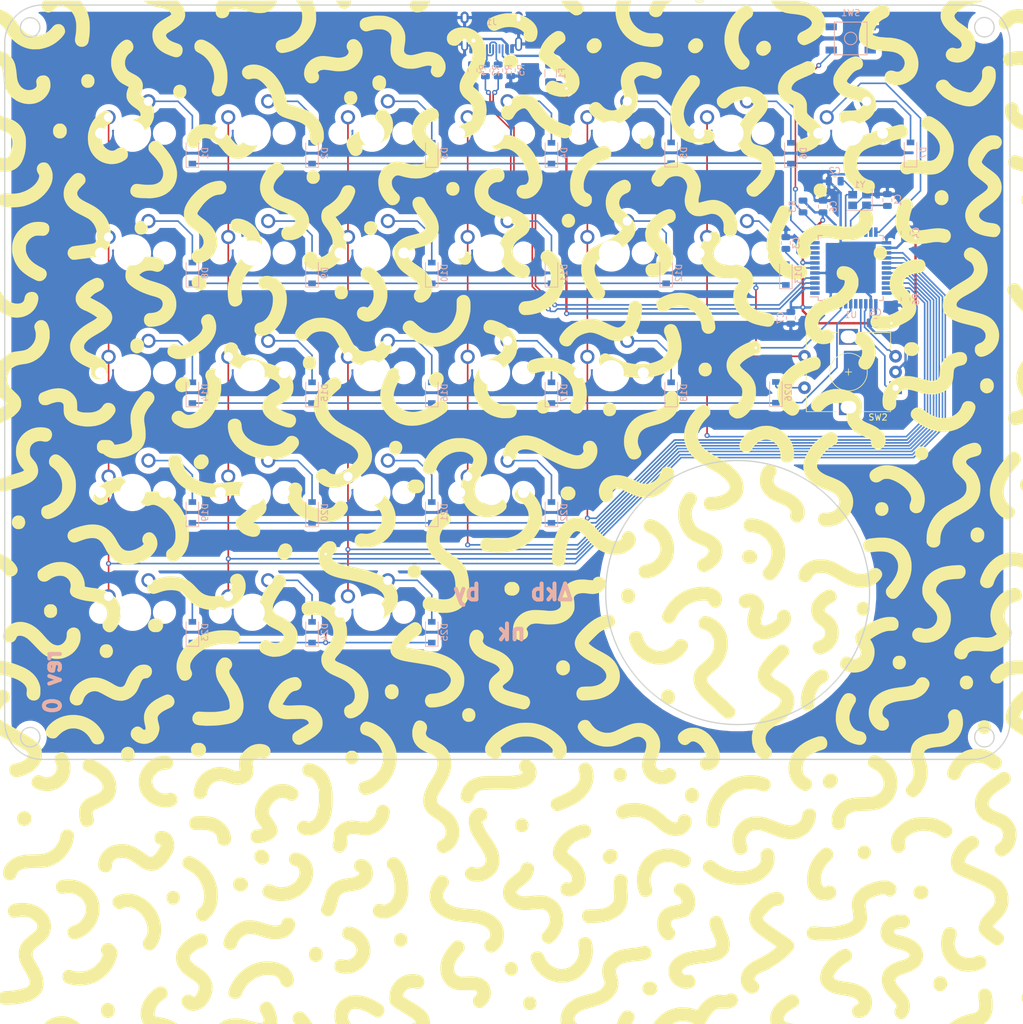
<source format=kicad_pcb>
(kicad_pcb (version 20171130) (host pcbnew "(5.1.5-0-10_14)")
  (layers (0 F.Cu signal) (31 B.Cu signal) (34 B.Paste user) (35 F.Paste user) (36 B.SilkS user) (37 F.SilkS user) (38 B.Mask user) (39 F.Mask user) (44 Edge.Cuts user))
  (net 0 "")
  (net 1 "Net-(D1-Pad2)")
  (net 2 ROW0)
  (net 3 "Net-(D2-Pad2)")
  (net 4 "Net-(D3-Pad2)")
  (net 5 "Net-(D4-Pad2)")
  (net 6 "Net-(D5-Pad2)")
  (net 7 "Net-(D6-Pad2)")
  (net 8 "Net-(D7-Pad2)")
  (net 9 "Net-(D8-Pad2)")
  (net 10 ROW1)
  (net 11 "Net-(D9-Pad2)")
  (net 12 "Net-(D10-Pad2)")
  (net 13 "Net-(D11-Pad2)")
  (net 14 "Net-(D12-Pad2)")
  (net 15 "Net-(D13-Pad2)")
  (net 16 "Net-(D14-Pad2)")
  (net 17 ROW2)
  (net 18 "Net-(D15-Pad2)")
  (net 19 "Net-(D16-Pad2)")
  (net 20 "Net-(D17-Pad2)")
  (net 21 "Net-(D18-Pad2)")
  (net 22 "Net-(D19-Pad2)")
  (net 23 ROW3)
  (net 24 "Net-(D20-Pad2)")
  (net 25 "Net-(D21-Pad2)")
  (net 26 "Net-(D22-Pad2)")
  (net 27 "Net-(D23-Pad2)")
  (net 28 ROW4)
  (net 29 "Net-(D24-Pad2)")
  (net 30 "Net-(D25-Pad2)")
  (net 31 COL0)
  (net 32 COL1)
  (net 33 COL2)
  (net 34 COL3)
  (net 35 COL4)
  (net 36 COL5)
  (net 37 "Net-(U1-Pad1)")
  (net 38 COL6)
  (net 39 "Net-(U1-Pad21)")
  (net 40 GND)
  (net 41 "Net-(C1-Pad1)")
  (net 42 "Net-(C2-Pad1)")
  (net 43 "Net-(C3-Pad1)")
  (net 44 +5V)
  (net 45 "Net-(D26-Pad2)")
  (net 46 VCC)
  (net 47 "Net-(J1-PadB5)")
  (net 48 D+)
  (net 49 "Net-(J1-PadA8)")
  (net 50 "Net-(J1-PadA5)")
  (net 51 "Net-(J1-PadB8)")
  (net 52 D-)
  (net 53 "Net-(R1-Pad1)")
  (net 54 "Net-(R2-Pad1)")
  (net 55 "Net-(R3-Pad2)")
  (net 56 "Net-(R6-Pad2)")
  (net 57 ENC1B)
  (net 58 ENC1A)
  (net 59 "Net-(U1-Pad42)")
  (net 60 "Net-(U1-Pad38)")
  (net 61 "Net-(U1-Pad20)")
  (net 62 "Net-(U1-Pad19)")
  (net 63 "Net-(U1-Pad18)")
  (net 64 "Net-(U1-Pad11)")
  (net 65 "Net-(U1-Pad10)")
  (net 66 "Net-(U1-Pad9)")
  (net 67 "Net-(U1-Pad8)")
  (net 68 "Net-(U1-Pad40)")
  (module Trigon:wiggle-mask (layer B.Cu) (at 78.58125 -55.5625)
    (fp_text reference G*** hide)
    (fp_text value LOGO hide)
  )
  (module Trigon:wiggle (layer F.Cu) (at 79.375 -34.925)
    (fp_text reference G*** hide)
    (fp_text value LOGO hide)
  )
  (module MX_Only:MXOnly-1U-NoLED (layer F.Cu) (at 95.25 -76.2)
    (fp_text reference MX12)
    (fp_text value MX-NoLED)
    (pad 2 thru_hole circle (at 2.54 -5.08) (size 2.25 2.25) (drill 1.47) (layers *.Cu B.Mask) (net 14 "Net-(D12-Pad2)"))
    (pad "" np_thru_hole circle (at 0 0) (size 3.9878 3.9878) (drill 3.9878) (layers *.Cu *.Mask))
    (pad 1 thru_hole circle (at -3.81 -2.54) (size 2.25 2.25) (drill 1.47) (layers *.Cu B.Mask) (net 35 COL4))
    (pad "" np_thru_hole circle (at -5.08 0 48.0996) (size 1.75 1.75) (drill 1.75) (layers *.Cu *.Mask))
    (pad "" np_thru_hole circle (at 5.08 0 48.0996) (size 1.75 1.75) (drill 1.75) (layers *.Cu *.Mask))
  )
  (module acheron_Connectors:TYPE-C-31-M-12 (layer B.Cu) (at 76.2 -107.95)
    (fp_text reference J1 (at 0 -5) (layer B.SilkS) (effects (justify mirror)))
    (fp_text value TYPE-C-31-M12_13)
    (pad S thru_hole oval (at 4.3 -1.5) (size 1.1 2.2) (drill oval 0.6 1.7) (layers *.Cu *.Mask) (net 40 GND))
    (pad S thru_hole oval (at 4.3 -5.7) (size 1.3 1.9) (drill oval 0.6 1.2) (layers *.Cu *.Mask) (net 40 GND))
    (pad "" np_thru_hole circle (at 2.89 -2.051) (size 0.65 0.65) (drill 0.65) (layers *.Cu *.Mask))
    (pad "" np_thru_hole circle (at -2.89 -2.051) (size 0.65 0.65) (drill 0.65) (layers *.Cu *.Mask))
    (pad S thru_hole oval (at -4.3 -5.7) (size 1.3 1.9) (drill oval 0.6 1.2) (layers *.Cu *.Mask) (net 40 GND))
    (pad A1 smd roundrect (at -3.25 -1.275) (size 0.6 1.45) (drill (offset 0 0.55)) (layers B.Cu B.Paste B.Mask) (net 40 GND))
    (pad B8 smd roundrect (at -1.75 -1.275) (size 0.3 1.45) (drill (offset 0 0.55)) (layers B.Cu B.Paste B.Mask) (net 51 "Net-(J1-PadB8)"))
    (pad A5 smd roundrect (at -1.25 -1.275) (size 0.3 1.45) (drill (offset 0 0.55)) (layers B.Cu B.Paste B.Mask) (net 50 "Net-(J1-PadA5)"))
    (pad B7 smd roundrect (at -0.75 -1.275) (size 0.3 1.45) (drill (offset 0 0.55)) (layers B.Cu B.Paste B.Mask) (net 52 D-))
    (pad A6 smd roundrect (at -0.254 -1.275) (size 0.3 1.45) (drill (offset 0 0.55)) (layers B.Cu B.Paste B.Mask) (net 48 D+))
    (pad B5 smd roundrect (at 1.75 -1.275) (size 0.3 1.45) (drill (offset 0 0.55)) (layers B.Cu B.Paste B.Mask) (net 47 "Net-(J1-PadB5)"))
    (pad A8 smd roundrect (at 1.25 -1.275) (size 0.3 1.45) (drill (offset 0 0.55)) (layers B.Cu B.Paste B.Mask) (net 49 "Net-(J1-PadA8)"))
    (pad B6 smd roundrect (at 0.75 -1.275) (size 0.3 1.45) (drill (offset 0 0.55)) (layers B.Cu B.Paste B.Mask) (net 48 D+))
    (pad A7 smd roundrect (at 0.25 -1.275) (size 0.3 1.45) (drill (offset 0 0.55)) (layers B.Cu B.Paste B.Mask) (net 52 D-))
    (pad S thru_hole oval (at -4.3 -1.5) (size 1.1 2.2) (drill oval 0.6 1.7) (layers *.Cu *.Mask) (net 40 GND))
    (pad A4 smd roundrect (at -2.45 -1.275) (size 0.6 1.45) (drill (offset 0 0.55)) (layers B.Cu B.Paste B.Mask) (net 46 VCC))
    (pad B1 smd roundrect (at 3.25 -1.275) (size 0.6 1.45) (drill (offset 0 0.55)) (layers B.Cu B.Paste B.Mask) (net 40 GND))
    (pad B4 smd roundrect (at 2.45 -1.275) (size 0.6 1.45) (drill (offset 0 0.55)) (layers B.Cu B.Paste B.Mask) (net 46 VCC))
  )
  (module Capacitor_SMD:C_0805_2012Metric (layer B.Cu) (at 123.825 -65.88125 270)
    (fp_text reference C7 (at 0 1.65 90) (layer B.SilkS) (effects (justify mirror)))
    (fp_text value 10uF)
    (pad 2 smd roundrect (at 0.9375 0 270) (size 0.975 1.4) (layers B.Cu B.Paste B.Mask) (net 40 GND))
    (pad 1 smd roundrect (at -0.9375 0 270) (size 0.975 1.4) (layers B.Cu B.Paste B.Mask) (net 44 +5V))
  )
  (module MX_Only:MXOnly-1U-NoLED (layer F.Cu) (at 19.05 -95.25)
    (fp_text reference MX1)
    (fp_text value MX-NoLED)
    (pad 2 thru_hole circle (at 2.54 -5.08) (size 2.25 2.25) (drill 1.47) (layers *.Cu B.Mask) (net 1 "Net-(D1-Pad2)"))
    (pad "" np_thru_hole circle (at 0 0) (size 3.9878 3.9878) (drill 3.9878) (layers *.Cu *.Mask))
    (pad 1 thru_hole circle (at -3.81 -2.54) (size 2.25 2.25) (drill 1.47) (layers *.Cu B.Mask) (net 31 COL0))
    (pad "" np_thru_hole circle (at -5.08 0 48.0996) (size 1.75 1.75) (drill 1.75) (layers *.Cu *.Mask))
    (pad "" np_thru_hole circle (at 5.08 0 48.0996) (size 1.75 1.75) (drill 1.75) (layers *.Cu *.Mask))
  )
  (module MX_Only:MXOnly-1U-NoLED (layer F.Cu) (at 57.15 -19.05)
    (fp_text reference MX25)
    (fp_text value MX-NoLED)
    (pad 2 thru_hole circle (at 2.54 -5.08) (size 2.25 2.25) (drill 1.47) (layers *.Cu B.Mask) (net 30 "Net-(D25-Pad2)"))
    (pad "" np_thru_hole circle (at 0 0) (size 3.9878 3.9878) (drill 3.9878) (layers *.Cu *.Mask))
    (pad 1 thru_hole circle (at -3.81 -2.54) (size 2.25 2.25) (drill 1.47) (layers *.Cu B.Mask) (net 33 COL2))
    (pad "" np_thru_hole circle (at -5.08 0 48.0996) (size 1.75 1.75) (drill 1.75) (layers *.Cu *.Mask))
    (pad "" np_thru_hole circle (at 5.08 0 48.0996) (size 1.75 1.75) (drill 1.75) (layers *.Cu *.Mask))
  )
  (module MX_Only:MXOnly-1U-NoLED (layer F.Cu) (at 38.1 -19.05)
    (fp_text reference MX24)
    (fp_text value MX-NoLED)
    (pad 2 thru_hole circle (at 2.54 -5.08) (size 2.25 2.25) (drill 1.47) (layers *.Cu B.Mask) (net 29 "Net-(D24-Pad2)"))
    (pad "" np_thru_hole circle (at 0 0) (size 3.9878 3.9878) (drill 3.9878) (layers *.Cu *.Mask))
    (pad 1 thru_hole circle (at -3.81 -2.54) (size 2.25 2.25) (drill 1.47) (layers *.Cu B.Mask) (net 32 COL1))
    (pad "" np_thru_hole circle (at -5.08 0 48.0996) (size 1.75 1.75) (drill 1.75) (layers *.Cu *.Mask))
    (pad "" np_thru_hole circle (at 5.08 0 48.0996) (size 1.75 1.75) (drill 1.75) (layers *.Cu *.Mask))
  )
  (module MX_Only:MXOnly-1U-NoLED (layer F.Cu) (at 19.05 -19.05)
    (fp_text reference MX23)
    (fp_text value MX-NoLED)
    (pad 2 thru_hole circle (at 2.54 -5.08) (size 2.25 2.25) (drill 1.47) (layers *.Cu B.Mask) (net 27 "Net-(D23-Pad2)"))
    (pad "" np_thru_hole circle (at 0 0) (size 3.9878 3.9878) (drill 3.9878) (layers *.Cu *.Mask))
    (pad 1 thru_hole circle (at -3.81 -2.54) (size 2.25 2.25) (drill 1.47) (layers *.Cu B.Mask) (net 31 COL0))
    (pad "" np_thru_hole circle (at -5.08 0 48.0996) (size 1.75 1.75) (drill 1.75) (layers *.Cu *.Mask))
    (pad "" np_thru_hole circle (at 5.08 0 48.0996) (size 1.75 1.75) (drill 1.75) (layers *.Cu *.Mask))
  )
  (module MX_Only:MXOnly-1U-NoLED (layer F.Cu) (at 76.2 -38.1)
    (fp_text reference MX22)
    (fp_text value MX-NoLED)
    (pad 2 thru_hole circle (at 2.54 -5.08) (size 2.25 2.25) (drill 1.47) (layers *.Cu B.Mask) (net 26 "Net-(D22-Pad2)"))
    (pad "" np_thru_hole circle (at 0 0) (size 3.9878 3.9878) (drill 3.9878) (layers *.Cu *.Mask))
    (pad 1 thru_hole circle (at -3.81 -2.54) (size 2.25 2.25) (drill 1.47) (layers *.Cu B.Mask) (net 34 COL3))
    (pad "" np_thru_hole circle (at -5.08 0 48.0996) (size 1.75 1.75) (drill 1.75) (layers *.Cu *.Mask))
    (pad "" np_thru_hole circle (at 5.08 0 48.0996) (size 1.75 1.75) (drill 1.75) (layers *.Cu *.Mask))
  )
  (module MX_Only:MXOnly-1U-NoLED (layer F.Cu) (at 57.15 -38.1)
    (fp_text reference MX21)
    (fp_text value MX-NoLED)
    (pad 2 thru_hole circle (at 2.54 -5.08) (size 2.25 2.25) (drill 1.47) (layers *.Cu B.Mask) (net 25 "Net-(D21-Pad2)"))
    (pad "" np_thru_hole circle (at 0 0) (size 3.9878 3.9878) (drill 3.9878) (layers *.Cu *.Mask))
    (pad 1 thru_hole circle (at -3.81 -2.54) (size 2.25 2.25) (drill 1.47) (layers *.Cu B.Mask) (net 33 COL2))
    (pad "" np_thru_hole circle (at -5.08 0 48.0996) (size 1.75 1.75) (drill 1.75) (layers *.Cu *.Mask))
    (pad "" np_thru_hole circle (at 5.08 0 48.0996) (size 1.75 1.75) (drill 1.75) (layers *.Cu *.Mask))
  )
  (module MX_Only:MXOnly-1U-NoLED (layer F.Cu) (at 38.1 -38.1)
    (fp_text reference MX20)
    (fp_text value MX-NoLED)
    (pad 2 thru_hole circle (at 2.54 -5.08) (size 2.25 2.25) (drill 1.47) (layers *.Cu B.Mask) (net 24 "Net-(D20-Pad2)"))
    (pad "" np_thru_hole circle (at 0 0) (size 3.9878 3.9878) (drill 3.9878) (layers *.Cu *.Mask))
    (pad 1 thru_hole circle (at -3.81 -2.54) (size 2.25 2.25) (drill 1.47) (layers *.Cu B.Mask) (net 32 COL1))
    (pad "" np_thru_hole circle (at -5.08 0 48.0996) (size 1.75 1.75) (drill 1.75) (layers *.Cu *.Mask))
    (pad "" np_thru_hole circle (at 5.08 0 48.0996) (size 1.75 1.75) (drill 1.75) (layers *.Cu *.Mask))
  )
  (module MX_Only:MXOnly-1U-NoLED (layer F.Cu) (at 19.05 -38.1)
    (fp_text reference MX19)
    (fp_text value MX-NoLED)
    (pad 2 thru_hole circle (at 2.54 -5.08) (size 2.25 2.25) (drill 1.47) (layers *.Cu B.Mask) (net 22 "Net-(D19-Pad2)"))
    (pad "" np_thru_hole circle (at 0 0) (size 3.9878 3.9878) (drill 3.9878) (layers *.Cu *.Mask))
    (pad 1 thru_hole circle (at -3.81 -2.54) (size 2.25 2.25) (drill 1.47) (layers *.Cu B.Mask) (net 31 COL0))
    (pad "" np_thru_hole circle (at -5.08 0 48.0996) (size 1.75 1.75) (drill 1.75) (layers *.Cu *.Mask))
    (pad "" np_thru_hole circle (at 5.08 0 48.0996) (size 1.75 1.75) (drill 1.75) (layers *.Cu *.Mask))
  )
  (module MX_Only:MXOnly-1U-NoLED (layer F.Cu) (at 95.25 -57.15)
    (fp_text reference MX18)
    (fp_text value MX-NoLED)
    (pad 2 thru_hole circle (at 2.54 -5.08) (size 2.25 2.25) (drill 1.47) (layers *.Cu B.Mask) (net 21 "Net-(D18-Pad2)"))
    (pad "" np_thru_hole circle (at 0 0) (size 3.9878 3.9878) (drill 3.9878) (layers *.Cu *.Mask))
    (pad 1 thru_hole circle (at -3.81 -2.54) (size 2.25 2.25) (drill 1.47) (layers *.Cu B.Mask) (net 35 COL4))
    (pad "" np_thru_hole circle (at -5.08 0 48.0996) (size 1.75 1.75) (drill 1.75) (layers *.Cu *.Mask))
    (pad "" np_thru_hole circle (at 5.08 0 48.0996) (size 1.75 1.75) (drill 1.75) (layers *.Cu *.Mask))
  )
  (module MX_Only:MXOnly-1U-NoLED (layer F.Cu) (at 76.2 -57.15)
    (fp_text reference MX17)
    (fp_text value MX-NoLED)
    (pad 2 thru_hole circle (at 2.54 -5.08) (size 2.25 2.25) (drill 1.47) (layers *.Cu B.Mask) (net 20 "Net-(D17-Pad2)"))
    (pad "" np_thru_hole circle (at 0 0) (size 3.9878 3.9878) (drill 3.9878) (layers *.Cu *.Mask))
    (pad 1 thru_hole circle (at -3.81 -2.54) (size 2.25 2.25) (drill 1.47) (layers *.Cu B.Mask) (net 34 COL3))
    (pad "" np_thru_hole circle (at -5.08 0 48.0996) (size 1.75 1.75) (drill 1.75) (layers *.Cu *.Mask))
    (pad "" np_thru_hole circle (at 5.08 0 48.0996) (size 1.75 1.75) (drill 1.75) (layers *.Cu *.Mask))
  )
  (module MX_Only:MXOnly-1U-NoLED (layer F.Cu) (at 57.15 -57.15)
    (fp_text reference MX16)
    (fp_text value MX-NoLED)
    (pad 2 thru_hole circle (at 2.54 -5.08) (size 2.25 2.25) (drill 1.47) (layers *.Cu B.Mask) (net 19 "Net-(D16-Pad2)"))
    (pad "" np_thru_hole circle (at 0 0) (size 3.9878 3.9878) (drill 3.9878) (layers *.Cu *.Mask))
    (pad 1 thru_hole circle (at -3.81 -2.54) (size 2.25 2.25) (drill 1.47) (layers *.Cu B.Mask) (net 33 COL2))
    (pad "" np_thru_hole circle (at -5.08 0 48.0996) (size 1.75 1.75) (drill 1.75) (layers *.Cu *.Mask))
    (pad "" np_thru_hole circle (at 5.08 0 48.0996) (size 1.75 1.75) (drill 1.75) (layers *.Cu *.Mask))
  )
  (module MX_Only:MXOnly-1U-NoLED (layer F.Cu) (at 38.1 -57.15)
    (fp_text reference MX15)
    (fp_text value MX-NoLED)
    (pad 2 thru_hole circle (at 2.54 -5.08) (size 2.25 2.25) (drill 1.47) (layers *.Cu B.Mask) (net 18 "Net-(D15-Pad2)"))
    (pad "" np_thru_hole circle (at 0 0) (size 3.9878 3.9878) (drill 3.9878) (layers *.Cu *.Mask))
    (pad 1 thru_hole circle (at -3.81 -2.54) (size 2.25 2.25) (drill 1.47) (layers *.Cu B.Mask) (net 32 COL1))
    (pad "" np_thru_hole circle (at -5.08 0 48.0996) (size 1.75 1.75) (drill 1.75) (layers *.Cu *.Mask))
    (pad "" np_thru_hole circle (at 5.08 0 48.0996) (size 1.75 1.75) (drill 1.75) (layers *.Cu *.Mask))
  )
  (module MX_Only:MXOnly-1U-NoLED (layer F.Cu) (at 19.05 -57.15)
    (fp_text reference MX14)
    (fp_text value MX-NoLED)
    (pad 2 thru_hole circle (at 2.54 -5.08) (size 2.25 2.25) (drill 1.47) (layers *.Cu B.Mask) (net 16 "Net-(D14-Pad2)"))
    (pad "" np_thru_hole circle (at 0 0) (size 3.9878 3.9878) (drill 3.9878) (layers *.Cu *.Mask))
    (pad 1 thru_hole circle (at -3.81 -2.54) (size 2.25 2.25) (drill 1.47) (layers *.Cu B.Mask) (net 31 COL0))
    (pad "" np_thru_hole circle (at -5.08 0 48.0996) (size 1.75 1.75) (drill 1.75) (layers *.Cu *.Mask))
    (pad "" np_thru_hole circle (at 5.08 0 48.0996) (size 1.75 1.75) (drill 1.75) (layers *.Cu *.Mask))
  )
  (module MX_Only:MXOnly-1U-NoLED (layer F.Cu) (at 114.3 -76.2)
    (fp_text reference MX13)
    (fp_text value MX-NoLED)
    (pad 2 thru_hole circle (at 2.54 -5.08) (size 2.25 2.25) (drill 1.47) (layers *.Cu B.Mask) (net 15 "Net-(D13-Pad2)"))
    (pad "" np_thru_hole circle (at 0 0) (size 3.9878 3.9878) (drill 3.9878) (layers *.Cu *.Mask))
    (pad 1 thru_hole circle (at -3.81 -2.54) (size 2.25 2.25) (drill 1.47) (layers *.Cu B.Mask) (net 36 COL5))
    (pad "" np_thru_hole circle (at -5.08 0 48.0996) (size 1.75 1.75) (drill 1.75) (layers *.Cu *.Mask))
    (pad "" np_thru_hole circle (at 5.08 0 48.0996) (size 1.75 1.75) (drill 1.75) (layers *.Cu *.Mask))
  )
  (module MX_Only:MXOnly-1U-NoLED (layer F.Cu) (at 76.2 -76.2)
    (fp_text reference MX11)
    (fp_text value MX-NoLED)
    (pad 2 thru_hole circle (at 2.54 -5.08) (size 2.25 2.25) (drill 1.47) (layers *.Cu B.Mask) (net 13 "Net-(D11-Pad2)"))
    (pad "" np_thru_hole circle (at 0 0) (size 3.9878 3.9878) (drill 3.9878) (layers *.Cu *.Mask))
    (pad 1 thru_hole circle (at -3.81 -2.54) (size 2.25 2.25) (drill 1.47) (layers *.Cu B.Mask) (net 34 COL3))
    (pad "" np_thru_hole circle (at -5.08 0 48.0996) (size 1.75 1.75) (drill 1.75) (layers *.Cu *.Mask))
    (pad "" np_thru_hole circle (at 5.08 0 48.0996) (size 1.75 1.75) (drill 1.75) (layers *.Cu *.Mask))
  )
  (module MX_Only:MXOnly-1U-NoLED (layer F.Cu) (at 57.15 -76.2)
    (fp_text reference MX10)
    (fp_text value MX-NoLED)
    (pad 2 thru_hole circle (at 2.54 -5.08) (size 2.25 2.25) (drill 1.47) (layers *.Cu B.Mask) (net 12 "Net-(D10-Pad2)"))
    (pad "" np_thru_hole circle (at 0 0) (size 3.9878 3.9878) (drill 3.9878) (layers *.Cu *.Mask))
    (pad 1 thru_hole circle (at -3.81 -2.54) (size 2.25 2.25) (drill 1.47) (layers *.Cu B.Mask) (net 33 COL2))
    (pad "" np_thru_hole circle (at -5.08 0 48.0996) (size 1.75 1.75) (drill 1.75) (layers *.Cu *.Mask))
    (pad "" np_thru_hole circle (at 5.08 0 48.0996) (size 1.75 1.75) (drill 1.75) (layers *.Cu *.Mask))
  )
  (module MX_Only:MXOnly-1U-NoLED (layer F.Cu) (at 38.1 -76.2)
    (fp_text reference MX9)
    (fp_text value MX-NoLED)
    (pad 2 thru_hole circle (at 2.54 -5.08) (size 2.25 2.25) (drill 1.47) (layers *.Cu B.Mask) (net 11 "Net-(D9-Pad2)"))
    (pad "" np_thru_hole circle (at 0 0) (size 3.9878 3.9878) (drill 3.9878) (layers *.Cu *.Mask))
    (pad 1 thru_hole circle (at -3.81 -2.54) (size 2.25 2.25) (drill 1.47) (layers *.Cu B.Mask) (net 32 COL1))
    (pad "" np_thru_hole circle (at -5.08 0 48.0996) (size 1.75 1.75) (drill 1.75) (layers *.Cu *.Mask))
    (pad "" np_thru_hole circle (at 5.08 0 48.0996) (size 1.75 1.75) (drill 1.75) (layers *.Cu *.Mask))
  )
  (module MX_Only:MXOnly-1U-NoLED (layer F.Cu) (at 19.05 -76.2)
    (fp_text reference MX8)
    (fp_text value MX-NoLED)
    (pad 2 thru_hole circle (at 2.54 -5.08) (size 2.25 2.25) (drill 1.47) (layers *.Cu B.Mask) (net 9 "Net-(D8-Pad2)"))
    (pad "" np_thru_hole circle (at 0 0) (size 3.9878 3.9878) (drill 3.9878) (layers *.Cu *.Mask))
    (pad 1 thru_hole circle (at -3.81 -2.54) (size 2.25 2.25) (drill 1.47) (layers *.Cu B.Mask) (net 31 COL0))
    (pad "" np_thru_hole circle (at -5.08 0 48.0996) (size 1.75 1.75) (drill 1.75) (layers *.Cu *.Mask))
    (pad "" np_thru_hole circle (at 5.08 0 48.0996) (size 1.75 1.75) (drill 1.75) (layers *.Cu *.Mask))
  )
  (module MX_Only:MXOnly-1U-NoLED (layer F.Cu) (at 133.35 -95.25)
    (fp_text reference MX7)
    (fp_text value MX-NoLED)
    (pad 2 thru_hole circle (at 2.54 -5.08) (size 2.25 2.25) (drill 1.47) (layers *.Cu B.Mask) (net 8 "Net-(D7-Pad2)"))
    (pad "" np_thru_hole circle (at 0 0) (size 3.9878 3.9878) (drill 3.9878) (layers *.Cu *.Mask))
    (pad 1 thru_hole circle (at -3.81 -2.54) (size 2.25 2.25) (drill 1.47) (layers *.Cu B.Mask) (net 38 COL6))
    (pad "" np_thru_hole circle (at -5.08 0 48.0996) (size 1.75 1.75) (drill 1.75) (layers *.Cu *.Mask))
    (pad "" np_thru_hole circle (at 5.08 0 48.0996) (size 1.75 1.75) (drill 1.75) (layers *.Cu *.Mask))
  )
  (module MX_Only:MXOnly-1U-NoLED (layer F.Cu) (at 114.3 -95.25)
    (fp_text reference MX6)
    (fp_text value MX-NoLED)
    (pad 2 thru_hole circle (at 2.54 -5.08) (size 2.25 2.25) (drill 1.47) (layers *.Cu B.Mask) (net 7 "Net-(D6-Pad2)"))
    (pad "" np_thru_hole circle (at 0 0) (size 3.9878 3.9878) (drill 3.9878) (layers *.Cu *.Mask))
    (pad 1 thru_hole circle (at -3.81 -2.54) (size 2.25 2.25) (drill 1.47) (layers *.Cu B.Mask) (net 36 COL5))
    (pad "" np_thru_hole circle (at -5.08 0 48.0996) (size 1.75 1.75) (drill 1.75) (layers *.Cu *.Mask))
    (pad "" np_thru_hole circle (at 5.08 0 48.0996) (size 1.75 1.75) (drill 1.75) (layers *.Cu *.Mask))
  )
  (module MX_Only:MXOnly-1U-NoLED (layer F.Cu) (at 95.25 -95.25)
    (fp_text reference MX5)
    (fp_text value MX-NoLED)
    (pad 2 thru_hole circle (at 2.54 -5.08) (size 2.25 2.25) (drill 1.47) (layers *.Cu B.Mask) (net 6 "Net-(D5-Pad2)"))
    (pad "" np_thru_hole circle (at 0 0) (size 3.9878 3.9878) (drill 3.9878) (layers *.Cu *.Mask))
    (pad 1 thru_hole circle (at -3.81 -2.54) (size 2.25 2.25) (drill 1.47) (layers *.Cu B.Mask) (net 35 COL4))
    (pad "" np_thru_hole circle (at -5.08 0 48.0996) (size 1.75 1.75) (drill 1.75) (layers *.Cu *.Mask))
    (pad "" np_thru_hole circle (at 5.08 0 48.0996) (size 1.75 1.75) (drill 1.75) (layers *.Cu *.Mask))
  )
  (module MX_Only:MXOnly-1U-NoLED (layer F.Cu) (at 76.2 -95.25)
    (fp_text reference MX4)
    (fp_text value MX-NoLED)
    (pad 2 thru_hole circle (at 2.54 -5.08) (size 2.25 2.25) (drill 1.47) (layers *.Cu B.Mask) (net 5 "Net-(D4-Pad2)"))
    (pad "" np_thru_hole circle (at 0 0) (size 3.9878 3.9878) (drill 3.9878) (layers *.Cu *.Mask))
    (pad 1 thru_hole circle (at -3.81 -2.54) (size 2.25 2.25) (drill 1.47) (layers *.Cu B.Mask) (net 34 COL3))
    (pad "" np_thru_hole circle (at -5.08 0 48.0996) (size 1.75 1.75) (drill 1.75) (layers *.Cu *.Mask))
    (pad "" np_thru_hole circle (at 5.08 0 48.0996) (size 1.75 1.75) (drill 1.75) (layers *.Cu *.Mask))
  )
  (module MX_Only:MXOnly-1U-NoLED (layer F.Cu) (at 57.15 -95.25)
    (fp_text reference MX3)
    (fp_text value MX-NoLED)
    (pad 2 thru_hole circle (at 2.54 -5.08) (size 2.25 2.25) (drill 1.47) (layers *.Cu B.Mask) (net 4 "Net-(D3-Pad2)"))
    (pad "" np_thru_hole circle (at 0 0) (size 3.9878 3.9878) (drill 3.9878) (layers *.Cu *.Mask))
    (pad 1 thru_hole circle (at -3.81 -2.54) (size 2.25 2.25) (drill 1.47) (layers *.Cu B.Mask) (net 33 COL2))
    (pad "" np_thru_hole circle (at -5.08 0 48.0996) (size 1.75 1.75) (drill 1.75) (layers *.Cu *.Mask))
    (pad "" np_thru_hole circle (at 5.08 0 48.0996) (size 1.75 1.75) (drill 1.75) (layers *.Cu *.Mask))
  )
  (module MX_Only:MXOnly-1U-NoLED (layer F.Cu) (at 38.1 -95.25)
    (fp_text reference MX2)
    (fp_text value MX-NoLED)
    (pad 2 thru_hole circle (at 2.54 -5.08) (size 2.25 2.25) (drill 1.47) (layers *.Cu B.Mask) (net 3 "Net-(D2-Pad2)"))
    (pad "" np_thru_hole circle (at 0 0) (size 3.9878 3.9878) (drill 3.9878) (layers *.Cu *.Mask))
    (pad 1 thru_hole circle (at -3.81 -2.54) (size 2.25 2.25) (drill 1.47) (layers *.Cu B.Mask) (net 32 COL1))
    (pad "" np_thru_hole circle (at -5.08 0 48.0996) (size 1.75 1.75) (drill 1.75) (layers *.Cu *.Mask))
    (pad "" np_thru_hole circle (at 5.08 0 48.0996) (size 1.75 1.75) (drill 1.75) (layers *.Cu *.Mask))
  )
  (module Crystal:Crystal_SMD_3225-4Pin_3.2x2.5mm (layer B.Cu) (at 134.766667 -84.626326 180)
    (fp_text reference Y1 (at 0 2.45) (layer B.SilkS) (effects (justify mirror)))
    (fp_text value 16MHz)
    (pad 1 smd rect (at -1.1 -0.85 180) (size 1.4 1.2) (layers B.Cu B.Paste B.Mask) (net 41 "Net-(C1-Pad1)"))
    (pad 2 smd rect (at 1.1 -0.85 180) (size 1.4 1.2) (layers B.Cu B.Paste B.Mask) (net 40 GND))
    (pad 3 smd rect (at 1.1 0.85 180) (size 1.4 1.2) (layers B.Cu B.Paste B.Mask) (net 42 "Net-(C2-Pad1)"))
    (pad 4 smd rect (at -1.1 0.85 180) (size 1.4 1.2) (layers B.Cu B.Paste B.Mask) (net 40 GND))
  )
  (module Package_QFP:TQFP-44_10x10mm_P0.8mm (layer B.Cu) (at 133.35 -73.81875)
    (fp_text reference U1 (at 0 7.45) (layer B.SilkS) (effects (justify mirror)))
    (fp_text value ATmega32U4-AU)
    (pad 44 smd rect (at -4 5.7 270) (size 1.5 0.55) (layers B.Cu B.Paste B.Mask) (net 44 +5V))
    (pad 43 smd rect (at -3.2 5.7 270) (size 1.5 0.55) (layers B.Cu B.Paste B.Mask) (net 40 GND))
    (pad 42 smd rect (at -2.4 5.7 270) (size 1.5 0.55) (layers B.Cu B.Paste B.Mask) (net 59 "Net-(U1-Pad42)"))
    (pad 41 smd rect (at -1.6 5.7 270) (size 1.5 0.55) (layers B.Cu B.Paste B.Mask) (net 10 ROW1))
    (pad 40 smd rect (at -0.8 5.7 270) (size 1.5 0.55) (layers B.Cu B.Paste B.Mask) (net 68 "Net-(U1-Pad40)"))
    (pad 39 smd rect (at 0 5.7 270) (size 1.5 0.55) (layers B.Cu B.Paste B.Mask) (net 17 ROW2))
    (pad 38 smd rect (at 0.8 5.7 270) (size 1.5 0.55) (layers B.Cu B.Paste B.Mask) (net 60 "Net-(U1-Pad38)"))
    (pad 37 smd rect (at 1.6 5.7 270) (size 1.5 0.55) (layers B.Cu B.Paste B.Mask) (net 57 ENC1B))
    (pad 36 smd rect (at 2.4 5.7 270) (size 1.5 0.55) (layers B.Cu B.Paste B.Mask) (net 58 ENC1A))
    (pad 35 smd rect (at 3.2 5.7 270) (size 1.5 0.55) (layers B.Cu B.Paste B.Mask) (net 40 GND))
    (pad 34 smd rect (at 4 5.7 270) (size 1.5 0.55) (layers B.Cu B.Paste B.Mask) (net 44 +5V))
    (pad 33 smd rect (at 5.7 4) (size 1.5 0.55) (layers B.Cu B.Paste B.Mask) (net 56 "Net-(R6-Pad2)"))
    (pad 32 smd rect (at 5.7 3.2) (size 1.5 0.55) (layers B.Cu B.Paste B.Mask) (net 36 COL5))
    (pad 31 smd rect (at 5.7 2.4) (size 1.5 0.55) (layers B.Cu B.Paste B.Mask) (net 35 COL4))
    (pad 30 smd rect (at 5.7 1.6) (size 1.5 0.55) (layers B.Cu B.Paste B.Mask) (net 23 ROW3))
    (pad 29 smd rect (at 5.7 0.8) (size 1.5 0.55) (layers B.Cu B.Paste B.Mask) (net 34 COL3))
    (pad 28 smd rect (at 5.7 0) (size 1.5 0.55) (layers B.Cu B.Paste B.Mask) (net 33 COL2))
    (pad 27 smd rect (at 5.7 -0.8) (size 1.5 0.55) (layers B.Cu B.Paste B.Mask) (net 28 ROW4))
    (pad 26 smd rect (at 5.7 -1.6) (size 1.5 0.55) (layers B.Cu B.Paste B.Mask) (net 32 COL1))
    (pad 25 smd rect (at 5.7 -2.4) (size 1.5 0.55) (layers B.Cu B.Paste B.Mask) (net 31 COL0))
    (pad 24 smd rect (at 5.7 -3.2) (size 1.5 0.55) (layers B.Cu B.Paste B.Mask) (net 44 +5V))
    (pad 23 smd rect (at 5.7 -4) (size 1.5 0.55) (layers B.Cu B.Paste B.Mask) (net 40 GND))
    (pad 22 smd rect (at 4 -5.7 270) (size 1.5 0.55) (layers B.Cu B.Paste B.Mask) (net 38 COL6))
    (pad 21 smd rect (at 3.2 -5.7 270) (size 1.5 0.55) (layers B.Cu B.Paste B.Mask) (net 39 "Net-(U1-Pad21)"))
    (pad 20 smd rect (at 2.4 -5.7 270) (size 1.5 0.55) (layers B.Cu B.Paste B.Mask) (net 61 "Net-(U1-Pad20)"))
    (pad 19 smd rect (at 1.6 -5.7 270) (size 1.5 0.55) (layers B.Cu B.Paste B.Mask) (net 62 "Net-(U1-Pad19)"))
    (pad 18 smd rect (at 0.8 -5.7 270) (size 1.5 0.55) (layers B.Cu B.Paste B.Mask) (net 63 "Net-(U1-Pad18)"))
    (pad 17 smd rect (at 0 -5.7 270) (size 1.5 0.55) (layers B.Cu B.Paste B.Mask) (net 41 "Net-(C1-Pad1)"))
    (pad 16 smd rect (at -0.8 -5.7 270) (size 1.5 0.55) (layers B.Cu B.Paste B.Mask) (net 42 "Net-(C2-Pad1)"))
    (pad 15 smd rect (at -1.6 -5.7 270) (size 1.5 0.55) (layers B.Cu B.Paste B.Mask) (net 40 GND))
    (pad 14 smd rect (at -2.4 -5.7 270) (size 1.5 0.55) (layers B.Cu B.Paste B.Mask) (net 44 +5V))
    (pad 13 smd rect (at -3.2 -5.7 270) (size 1.5 0.55) (layers B.Cu B.Paste B.Mask) (net 55 "Net-(R3-Pad2)"))
    (pad 12 smd rect (at -4 -5.7 270) (size 1.5 0.55) (layers B.Cu B.Paste B.Mask) (net 2 ROW0))
    (pad 11 smd rect (at -5.7 -4) (size 1.5 0.55) (layers B.Cu B.Paste B.Mask) (net 64 "Net-(U1-Pad11)"))
    (pad 10 smd rect (at -5.7 -3.2) (size 1.5 0.55) (layers B.Cu B.Paste B.Mask) (net 65 "Net-(U1-Pad10)"))
    (pad 9 smd rect (at -5.7 -2.4) (size 1.5 0.55) (layers B.Cu B.Paste B.Mask) (net 66 "Net-(U1-Pad9)"))
    (pad 8 smd rect (at -5.7 -1.6) (size 1.5 0.55) (layers B.Cu B.Paste B.Mask) (net 67 "Net-(U1-Pad8)"))
    (pad 7 smd rect (at -5.7 -0.8) (size 1.5 0.55) (layers B.Cu B.Paste B.Mask) (net 44 +5V))
    (pad 6 smd rect (at -5.7 0) (size 1.5 0.55) (layers B.Cu B.Paste B.Mask) (net 43 "Net-(C3-Pad1)"))
    (pad 5 smd rect (at -5.7 0.8) (size 1.5 0.55) (layers B.Cu B.Paste B.Mask) (net 40 GND))
    (pad 4 smd rect (at -5.7 1.6) (size 1.5 0.55) (layers B.Cu B.Paste B.Mask) (net 53 "Net-(R1-Pad1)"))
    (pad 3 smd rect (at -5.7 2.4) (size 1.5 0.55) (layers B.Cu B.Paste B.Mask) (net 54 "Net-(R2-Pad1)"))
    (pad 2 smd rect (at -5.7 3.2) (size 1.5 0.55) (layers B.Cu B.Paste B.Mask) (net 44 +5V))
    (pad 1 smd rect (at -5.7 4) (size 1.5 0.55) (layers B.Cu B.Paste B.Mask) (net 37 "Net-(U1-Pad1)"))
  )
  (module Rotary_Encoder:RotaryEncoder_Alps_EC12E-Switch_Vertical_H20mm (layer F.Cu) (at 140.49375 -54.76875 180)
    (fp_text reference SW2 (at 2.8 -4.7) (layer F.SilkS))
    (fp_text value Rotary_Encoder_Switch)
    (pad A thru_hole rect (at 0 0 180) (size 2 2) (drill 1) (layers *.Cu *.Mask) (net 57 ENC1B))
    (pad C thru_hole circle (at 0 2.5 180) (size 2 2) (drill 1) (layers *.Cu *.Mask) (net 40 GND))
    (pad B thru_hole circle (at 0 5 180) (size 2 2) (drill 1) (layers *.Cu *.Mask) (net 58 ENC1A))
    (pad MP thru_hole rect (at 7.5 -3.1 180) (size 3 2.5) (drill oval 2.5 2) (layers *.Cu *.Mask))
    (pad MP thru_hole rect (at 7.5 8.1 180) (size 3 2.5) (drill oval 2.5 2) (layers *.Cu *.Mask))
    (pad S1 thru_hole circle (at 14.5 0 180) (size 2 2) (drill 1) (layers *.Cu *.Mask) (net 45 "Net-(D26-Pad2)"))
    (pad S2 thru_hole circle (at 14.5 5 180) (size 2 2) (drill 1) (layers *.Cu *.Mask) (net 36 COL5))
  )
  (module random-keyboard-parts:SKQG-1155865 (layer B.Cu) (at 133.35 -110.33125)
    (fp_text reference SW1 (at 0 -4.064) (layer B.SilkS) (effects (justify mirror)))
    (fp_text value SW_Push)
    (pad 4 smd rect (at -3.1 -1.85) (size 1.8 1.1) (layers B.Cu B.Paste B.Mask))
    (pad 3 smd rect (at 3.1 1.85) (size 1.8 1.1) (layers B.Cu B.Paste B.Mask))
    (pad 2 smd rect (at -3.1 1.85) (size 1.8 1.1) (layers B.Cu B.Paste B.Mask) (net 55 "Net-(R3-Pad2)"))
    (pad 1 smd rect (at 3.1 -1.85) (size 1.8 1.1) (layers B.Cu B.Paste B.Mask) (net 40 GND))
  )
  (module Resistor_SMD:R_0805_2012Metric (layer B.Cu) (at 142.08125 -68.834 90)
    (fp_text reference R6 (at 0 1.65 90) (layer B.SilkS) (effects (justify mirror)))
    (fp_text value 10k)
    (pad 1 smd roundrect (at -0.9375 0 90) (size 0.975 1.4) (layers B.Cu B.Paste B.Mask) (net 40 GND))
    (pad 2 smd roundrect (at 0.9375 0 90) (size 0.975 1.4) (layers B.Cu B.Paste B.Mask) (net 56 "Net-(R6-Pad2)"))
  )
  (module Resistor_SMD:R_0805_2012Metric (layer B.Cu) (at 79.248 -105.283 90)
    (fp_text reference R5 (at 0 1.65 90) (layer B.SilkS) (effects (justify mirror)))
    (fp_text value 5.1k)
    (pad 2 smd roundrect (at 0.9375 0 90) (size 0.975 1.4) (layers B.Cu B.Paste B.Mask) (net 47 "Net-(J1-PadB5)"))
    (pad 1 smd roundrect (at -0.9375 0 90) (size 0.975 1.4) (layers B.Cu B.Paste B.Mask) (net 40 GND))
  )
  (module Resistor_SMD:R_0805_2012Metric (layer B.Cu) (at 73.152 -105.283 90)
    (fp_text reference R4 (at 0 1.65 90) (layer B.SilkS) (effects (justify mirror)))
    (fp_text value 5.1k)
    (pad 2 smd roundrect (at 0.9375 0 90) (size 0.975 1.4) (layers B.Cu B.Paste B.Mask) (net 50 "Net-(J1-PadA5)"))
    (pad 1 smd roundrect (at -0.9375 0 90) (size 0.975 1.4) (layers B.Cu B.Paste B.Mask) (net 40 GND))
  )
  (module Resistor_SMD:R_0805_2012Metric (layer B.Cu) (at 125.76175 -83.59775 270)
    (fp_text reference R3 (at 0 1.65 90) (layer B.SilkS) (effects (justify mirror)))
    (fp_text value 10k)
    (pad 1 smd roundrect (at -0.9375 0 270) (size 0.975 1.4) (layers B.Cu B.Paste B.Mask) (net 44 +5V))
    (pad 2 smd roundrect (at 0.9375 0 270) (size 0.975 1.4) (layers B.Cu B.Paste B.Mask) (net 55 "Net-(R3-Pad2)"))
  )
  (module Resistor_SMD:R_0805_2012Metric (layer B.Cu) (at 75.21575 -105.25125 90)
    (fp_text reference R2 (at 0 1.65 90) (layer B.SilkS) (effects (justify mirror)))
    (fp_text value 22)
    (pad 1 smd roundrect (at -0.9375 0 90) (size 0.975 1.4) (layers B.Cu B.Paste B.Mask) (net 54 "Net-(R2-Pad1)"))
    (pad 2 smd roundrect (at 0.9375 0 90) (size 0.975 1.4) (layers B.Cu B.Paste B.Mask) (net 52 D-))
  )
  (module Resistor_SMD:R_0805_2012Metric (layer B.Cu) (at 77.24775 -105.25125 90)
    (fp_text reference R1 (at 0 1.65 90) (layer B.SilkS) (effects (justify mirror)))
    (fp_text value 22)
    (pad 1 smd roundrect (at -0.9375 0 90) (size 0.975 1.4) (layers B.Cu B.Paste B.Mask) (net 53 "Net-(R1-Pad1)"))
    (pad 2 smd roundrect (at 0.9375 0 90) (size 0.975 1.4) (layers B.Cu B.Paste B.Mask) (net 48 D+))
  )
  (module Fuse:Fuse_1206_3216Metric (layer B.Cu) (at 85.598 -104.775 90)
    (fp_text reference F1 (at 0 1.82 90) (layer B.SilkS) (effects (justify mirror)))
    (fp_text value 500mA)
    (pad 2 smd roundrect (at 1.4 0 90) (size 1.25 1.75) (layers B.Cu B.Paste B.Mask) (roundrect_rratio 0.2) (net 46 VCC))
    (pad 1 smd roundrect (at -1.4 0 90) (size 1.25 1.75) (layers B.Cu B.Paste B.Mask) (roundrect_rratio 0.2) (net 44 +5V))
  )
  (module Diode_SMD:D_SOD-123 (layer B.Cu) (at 121.44375 -54.0375 90)
    (fp_text reference D26 (at 0 2 270) (layer B.SilkS) (effects (justify mirror)))
    (fp_text value D_Small)
    (pad 2 smd rect (at 1.65 0 90) (size 0.9 1.2) (layers B.Cu B.Paste B.Mask) (net 45 "Net-(D26-Pad2)"))
    (pad 1 smd rect (at -1.65 0 90) (size 0.9 1.2) (layers B.Cu B.Paste B.Mask) (net 17 ROW2))
  )
  (module Diode_SMD:D_SOD-123 (layer B.Cu) (at 66.675 -15.875 90)
    (fp_text reference D25 (at 0 2 270) (layer B.SilkS) (effects (justify mirror)))
    (fp_text value D_Small)
    (pad 2 smd rect (at 1.65 0 90) (size 0.9 1.2) (layers B.Cu B.Paste B.Mask) (net 30 "Net-(D25-Pad2)"))
    (pad 1 smd rect (at -1.65 0 90) (size 0.9 1.2) (layers B.Cu B.Paste B.Mask) (net 28 ROW4))
  )
  (module Diode_SMD:D_SOD-123 (layer B.Cu) (at 47.625 -15.875 90)
    (fp_text reference D24 (at 0 2 270) (layer B.SilkS) (effects (justify mirror)))
    (fp_text value D_Small)
    (pad 2 smd rect (at 1.65 0 90) (size 0.9 1.2) (layers B.Cu B.Paste B.Mask) (net 29 "Net-(D24-Pad2)"))
    (pad 1 smd rect (at -1.65 0 90) (size 0.9 1.2) (layers B.Cu B.Paste B.Mask) (net 28 ROW4))
  )
  (module Diode_SMD:D_SOD-123 (layer B.Cu) (at 28.575 -15.875 90)
    (fp_text reference D23 (at 0 2 270) (layer B.SilkS) (effects (justify mirror)))
    (fp_text value D_Small)
    (pad 2 smd rect (at 1.65 0 90) (size 0.9 1.2) (layers B.Cu B.Paste B.Mask) (net 27 "Net-(D23-Pad2)"))
    (pad 1 smd rect (at -1.65 0 90) (size 0.9 1.2) (layers B.Cu B.Paste B.Mask) (net 28 ROW4))
  )
  (module Diode_SMD:D_SOD-123 (layer B.Cu) (at 85.725 -34.925 90)
    (fp_text reference D22 (at 0 2 270) (layer B.SilkS) (effects (justify mirror)))
    (fp_text value D_Small)
    (pad 2 smd rect (at 1.65 0 90) (size 0.9 1.2) (layers B.Cu B.Paste B.Mask) (net 26 "Net-(D22-Pad2)"))
    (pad 1 smd rect (at -1.65 0 90) (size 0.9 1.2) (layers B.Cu B.Paste B.Mask) (net 23 ROW3))
  )
  (module Diode_SMD:D_SOD-123 (layer B.Cu) (at 66.675 -34.925 90)
    (fp_text reference D21 (at 0 2 270) (layer B.SilkS) (effects (justify mirror)))
    (fp_text value D_Small)
    (pad 2 smd rect (at 1.65 0 90) (size 0.9 1.2) (layers B.Cu B.Paste B.Mask) (net 25 "Net-(D21-Pad2)"))
    (pad 1 smd rect (at -1.65 0 90) (size 0.9 1.2) (layers B.Cu B.Paste B.Mask) (net 23 ROW3))
  )
  (module Diode_SMD:D_SOD-123 (layer B.Cu) (at 47.625 -34.925 90)
    (fp_text reference D20 (at 0 2 270) (layer B.SilkS) (effects (justify mirror)))
    (fp_text value D_Small)
    (pad 2 smd rect (at 1.65 0 90) (size 0.9 1.2) (layers B.Cu B.Paste B.Mask) (net 24 "Net-(D20-Pad2)"))
    (pad 1 smd rect (at -1.65 0 90) (size 0.9 1.2) (layers B.Cu B.Paste B.Mask) (net 23 ROW3))
  )
  (module Diode_SMD:D_SOD-123 (layer B.Cu) (at 28.575 -34.925 90)
    (fp_text reference D19 (at 0 2 270) (layer B.SilkS) (effects (justify mirror)))
    (fp_text value D_Small)
    (pad 2 smd rect (at 1.65 0 90) (size 0.9 1.2) (layers B.Cu B.Paste B.Mask) (net 22 "Net-(D19-Pad2)"))
    (pad 1 smd rect (at -1.65 0 90) (size 0.9 1.2) (layers B.Cu B.Paste B.Mask) (net 23 ROW3))
  )
  (module Diode_SMD:D_SOD-123 (layer B.Cu) (at 104.775 -53.975 90)
    (fp_text reference D18 (at 0 2 270) (layer B.SilkS) (effects (justify mirror)))
    (fp_text value D_Small)
    (pad 2 smd rect (at 1.65 0 90) (size 0.9 1.2) (layers B.Cu B.Paste B.Mask) (net 21 "Net-(D18-Pad2)"))
    (pad 1 smd rect (at -1.65 0 90) (size 0.9 1.2) (layers B.Cu B.Paste B.Mask) (net 17 ROW2))
  )
  (module Diode_SMD:D_SOD-123 (layer B.Cu) (at 85.725 -53.975 90)
    (fp_text reference D17 (at 0 2 270) (layer B.SilkS) (effects (justify mirror)))
    (fp_text value D_Small)
    (pad 2 smd rect (at 1.65 0 90) (size 0.9 1.2) (layers B.Cu B.Paste B.Mask) (net 20 "Net-(D17-Pad2)"))
    (pad 1 smd rect (at -1.65 0 90) (size 0.9 1.2) (layers B.Cu B.Paste B.Mask) (net 17 ROW2))
  )
  (module Diode_SMD:D_SOD-123 (layer B.Cu) (at 66.675 -53.975 90)
    (fp_text reference D16 (at 0 2 270) (layer B.SilkS) (effects (justify mirror)))
    (fp_text value D_Small)
    (pad 2 smd rect (at 1.65 0 90) (size 0.9 1.2) (layers B.Cu B.Paste B.Mask) (net 19 "Net-(D16-Pad2)"))
    (pad 1 smd rect (at -1.65 0 90) (size 0.9 1.2) (layers B.Cu B.Paste B.Mask) (net 17 ROW2))
  )
  (module Diode_SMD:D_SOD-123 (layer B.Cu) (at 47.625 -53.975 90)
    (fp_text reference D15 (at 0 2 270) (layer B.SilkS) (effects (justify mirror)))
    (fp_text value D_Small)
    (pad 2 smd rect (at 1.65 0 90) (size 0.9 1.2) (layers B.Cu B.Paste B.Mask) (net 18 "Net-(D15-Pad2)"))
    (pad 1 smd rect (at -1.65 0 90) (size 0.9 1.2) (layers B.Cu B.Paste B.Mask) (net 17 ROW2))
  )
  (module Diode_SMD:D_SOD-123 (layer B.Cu) (at 28.575 -53.975 90)
    (fp_text reference D14 (at 0 2 270) (layer B.SilkS) (effects (justify mirror)))
    (fp_text value D_Small)
    (pad 2 smd rect (at 1.65 0 90) (size 0.9 1.2) (layers B.Cu B.Paste B.Mask) (net 16 "Net-(D14-Pad2)"))
    (pad 1 smd rect (at -1.65 0 90) (size 0.9 1.2) (layers B.Cu B.Paste B.Mask) (net 17 ROW2))
  )
  (module Diode_SMD:D_SOD-123 (layer B.Cu) (at 123.03125 -72.771 90)
    (fp_text reference D13 (at 0 2 270) (layer B.SilkS) (effects (justify mirror)))
    (fp_text value D_Small)
    (pad 2 smd rect (at 1.65 0 90) (size 0.9 1.2) (layers B.Cu B.Paste B.Mask) (net 15 "Net-(D13-Pad2)"))
    (pad 1 smd rect (at -1.65 0 90) (size 0.9 1.2) (layers B.Cu B.Paste B.Mask) (net 10 ROW1))
  )
  (module Diode_SMD:D_SOD-123 (layer B.Cu) (at 103.98125 -73.025 90)
    (fp_text reference D12 (at 0 2 270) (layer B.SilkS) (effects (justify mirror)))
    (fp_text value D_Small)
    (pad 2 smd rect (at 1.65 0 90) (size 0.9 1.2) (layers B.Cu B.Paste B.Mask) (net 14 "Net-(D12-Pad2)"))
    (pad 1 smd rect (at -1.65 0 90) (size 0.9 1.2) (layers B.Cu B.Paste B.Mask) (net 10 ROW1))
  )
  (module Diode_SMD:D_SOD-123 (layer B.Cu) (at 85.725 -73.025 90)
    (fp_text reference D11 (at 0 2 270) (layer B.SilkS) (effects (justify mirror)))
    (fp_text value D_Small)
    (pad 2 smd rect (at 1.65 0 90) (size 0.9 1.2) (layers B.Cu B.Paste B.Mask) (net 13 "Net-(D11-Pad2)"))
    (pad 1 smd rect (at -1.65 0 90) (size 0.9 1.2) (layers B.Cu B.Paste B.Mask) (net 10 ROW1))
  )
  (module Diode_SMD:D_SOD-123 (layer B.Cu) (at 66.675 -73.025 90)
    (fp_text reference D10 (at 0 2 270) (layer B.SilkS) (effects (justify mirror)))
    (fp_text value D_Small)
    (pad 2 smd rect (at 1.65 0 90) (size 0.9 1.2) (layers B.Cu B.Paste B.Mask) (net 12 "Net-(D10-Pad2)"))
    (pad 1 smd rect (at -1.65 0 90) (size 0.9 1.2) (layers B.Cu B.Paste B.Mask) (net 10 ROW1))
  )
  (module Diode_SMD:D_SOD-123 (layer B.Cu) (at 47.625 -73.025 90)
    (fp_text reference D9 (at 0 2 270) (layer B.SilkS) (effects (justify mirror)))
    (fp_text value D_Small)
    (pad 2 smd rect (at 1.65 0 90) (size 0.9 1.2) (layers B.Cu B.Paste B.Mask) (net 11 "Net-(D9-Pad2)"))
    (pad 1 smd rect (at -1.65 0 90) (size 0.9 1.2) (layers B.Cu B.Paste B.Mask) (net 10 ROW1))
  )
  (module Diode_SMD:D_SOD-123 (layer B.Cu) (at 28.575 -73.025 90)
    (fp_text reference D8 (at 0 2 270) (layer B.SilkS) (effects (justify mirror)))
    (fp_text value D_Small)
    (pad 2 smd rect (at 1.65 0 90) (size 0.9 1.2) (layers B.Cu B.Paste B.Mask) (net 9 "Net-(D8-Pad2)"))
    (pad 1 smd rect (at -1.65 0 90) (size 0.9 1.2) (layers B.Cu B.Paste B.Mask) (net 10 ROW1))
  )
  (module Diode_SMD:D_SOD-123 (layer B.Cu) (at 142.875 -92.1375 90)
    (fp_text reference D7 (at 0 2 270) (layer B.SilkS) (effects (justify mirror)))
    (fp_text value D_Small)
    (pad 2 smd rect (at 1.65 0 90) (size 0.9 1.2) (layers B.Cu B.Paste B.Mask) (net 8 "Net-(D7-Pad2)"))
    (pad 1 smd rect (at -1.65 0 90) (size 0.9 1.2) (layers B.Cu B.Paste B.Mask) (net 2 ROW0))
  )
  (module Diode_SMD:D_SOD-123 (layer B.Cu) (at 123.825 -92.075 90)
    (fp_text reference D6 (at 0 2 270) (layer B.SilkS) (effects (justify mirror)))
    (fp_text value D_Small)
    (pad 2 smd rect (at 1.65 0 90) (size 0.9 1.2) (layers B.Cu B.Paste B.Mask) (net 7 "Net-(D6-Pad2)"))
    (pad 1 smd rect (at -1.65 0 90) (size 0.9 1.2) (layers B.Cu B.Paste B.Mask) (net 2 ROW0))
  )
  (module Diode_SMD:D_SOD-123 (layer B.Cu) (at 104.775 -92.1375 90)
    (fp_text reference D5 (at 0 2 270) (layer B.SilkS) (effects (justify mirror)))
    (fp_text value D_Small)
    (pad 2 smd rect (at 1.65 0 90) (size 0.9 1.2) (layers B.Cu B.Paste B.Mask) (net 6 "Net-(D5-Pad2)"))
    (pad 1 smd rect (at -1.65 0 90) (size 0.9 1.2) (layers B.Cu B.Paste B.Mask) (net 2 ROW0))
  )
  (module Diode_SMD:D_SOD-123 (layer B.Cu) (at 85.725 -92.075 90)
    (fp_text reference D4 (at 0 2 270) (layer B.SilkS) (effects (justify mirror)))
    (fp_text value D_Small)
    (pad 2 smd rect (at 1.65 0 90) (size 0.9 1.2) (layers B.Cu B.Paste B.Mask) (net 5 "Net-(D4-Pad2)"))
    (pad 1 smd rect (at -1.65 0 90) (size 0.9 1.2) (layers B.Cu B.Paste B.Mask) (net 2 ROW0))
  )
  (module Diode_SMD:D_SOD-123 (layer B.Cu) (at 66.675 -92.075 90)
    (fp_text reference D3 (at 0 2 270) (layer B.SilkS) (effects (justify mirror)))
    (fp_text value D_Small)
    (pad 2 smd rect (at 1.65 0 90) (size 0.9 1.2) (layers B.Cu B.Paste B.Mask) (net 4 "Net-(D3-Pad2)"))
    (pad 1 smd rect (at -1.65 0 90) (size 0.9 1.2) (layers B.Cu B.Paste B.Mask) (net 2 ROW0))
  )
  (module Diode_SMD:D_SOD-123 (layer B.Cu) (at 47.625 -92.075 90)
    (fp_text reference D2 (at 0 2 270) (layer B.SilkS) (effects (justify mirror)))
    (fp_text value D_Small)
    (pad 2 smd rect (at 1.65 0 90) (size 0.9 1.2) (layers B.Cu B.Paste B.Mask) (net 3 "Net-(D2-Pad2)"))
    (pad 1 smd rect (at -1.65 0 90) (size 0.9 1.2) (layers B.Cu B.Paste B.Mask) (net 2 ROW0))
  )
  (module Diode_SMD:D_SOD-123 (layer B.Cu) (at 28.575 -92.075 90)
    (fp_text reference D1 (at 0 2 270) (layer B.SilkS) (effects (justify mirror)))
    (fp_text value D_Small)
    (pad 2 smd rect (at 1.65 0 90) (size 0.9 1.2) (layers B.Cu B.Paste B.Mask) (net 1 "Net-(D1-Pad2)"))
    (pad 1 smd rect (at -1.65 0 90) (size 0.9 1.2) (layers B.Cu B.Paste B.Mask) (net 2 ROW0))
  )
  (module Capacitor_SMD:C_0805_2012Metric (layer B.Cu) (at 128.93675 -83.59775 90)
    (fp_text reference C6 (at 0 1.65 90) (layer B.SilkS) (effects (justify mirror)))
    (fp_text value 0.1uF)
    (pad 1 smd roundrect (at -0.9375 0 90) (size 0.975 1.4) (layers B.Cu B.Paste B.Mask) (net 44 +5V))
    (pad 2 smd roundrect (at 0.9375 0 90) (size 0.975 1.4) (layers B.Cu B.Paste B.Mask) (net 40 GND))
  )
  (module Capacitor_SMD:C_0805_2012Metric (layer B.Cu) (at 137.31875 -65.0875 180)
    (fp_text reference C5 (at 0 1.65) (layer B.SilkS) (effects (justify mirror)))
    (fp_text value 0.1uF)
    (pad 1 smd roundrect (at -0.9375 0 180) (size 0.975 1.4) (layers B.Cu B.Paste B.Mask) (net 44 +5V))
    (pad 2 smd roundrect (at 0.9375 0 180) (size 0.975 1.4) (layers B.Cu B.Paste B.Mask) (net 40 GND))
  )
  (module Capacitor_SMD:C_0805_2012Metric (layer B.Cu) (at 142.08125 -79.375 90)
    (fp_text reference C4 (at 0 1.65 90) (layer B.SilkS) (effects (justify mirror)))
    (fp_text value 0.1uF)
    (pad 1 smd roundrect (at -0.9375 0 90) (size 0.975 1.4) (layers B.Cu B.Paste B.Mask) (net 44 +5V))
    (pad 2 smd roundrect (at 0.9375 0 90) (size 0.975 1.4) (layers B.Cu B.Paste B.Mask) (net 40 GND))
  )
  (module Capacitor_SMD:C_0805_2012Metric (layer B.Cu) (at 123.03125 -77.7875 90)
    (fp_text reference C3 (at 0 1.65 90) (layer B.SilkS) (effects (justify mirror)))
    (fp_text value 1uF)
    (pad 1 smd roundrect (at -0.9375 0 90) (size 0.975 1.4) (layers B.Cu B.Paste B.Mask) (net 43 "Net-(C3-Pad1)"))
    (pad 2 smd roundrect (at 0.9375 0 90) (size 0.975 1.4) (layers B.Cu B.Paste B.Mask) (net 40 GND))
  )
  (module Capacitor_SMD:C_0805_2012Metric (layer B.Cu) (at 130.81 -87.63 180)
    (fp_text reference C2 (at 0 1.65) (layer B.SilkS) (effects (justify mirror)))
    (fp_text value 22pF)
    (pad 1 smd roundrect (at -0.9375 0 180) (size 0.975 1.4) (layers B.Cu B.Paste B.Mask) (net 42 "Net-(C2-Pad1)"))
    (pad 2 smd roundrect (at 0.9375 0 180) (size 0.975 1.4) (layers B.Cu B.Paste B.Mask) (net 40 GND))
  )
  (module Capacitor_SMD:C_0805_2012Metric (layer B.Cu) (at 139.192 -84.626327 90)
    (fp_text reference C1 (at 0 1.65 90) (layer B.SilkS) (effects (justify mirror)))
    (fp_text value 22pF)
    (pad 1 smd roundrect (at -0.9375 0 90) (size 0.975 1.4) (layers B.Cu B.Paste B.Mask) (net 41 "Net-(C1-Pad1)"))
    (pad 2 smd roundrect (at 0.9375 0 90) (size 0.975 1.4) (layers B.Cu B.Paste B.Mask) (net 40 GND))
  )
  (gr_text nk (at 79.375 -15.875) (layer B.SilkS) (effects (font (size 2.54 2.54) (thickness 0.635)) (justify mirror)))
  (gr_text by (at 72.263 -22.225) (layer B.SilkS) (effects (font (size 2.54 2.54) (thickness 0.635)) (justify mirror)))
  (gr_text Δkb (at 85.725 -22.225) (layer B.SilkS) (effects (font (size 2.54 2.54) (thickness 0.635)) (justify mirror)))
  (gr_text "rev 0" (at 6.35 -8.001 90) (layer B.SilkS) (effects (font (size 2.54 2.54) (thickness 0.635)) (justify mirror)))
  (gr_line (start -1.291399 -1.643697) (end -1.291399 -109.643697) (layer Edge.Cuts) (width 0.2))
  (gr_arc (start 152.7086 -1.643697) (end 152.7086 4.356302) (angle -90) (layer Edge.Cuts) (width 0.2))
  (gr_arc (start 4.7086 -1.643697) (end -1.291399 -1.643697) (angle -90) (layer Edge.Cuts) (width 0.2))
  (gr_line (start 152.7086 4.356302) (end 4.7086 4.356302) (layer Edge.Cuts) (width 0.2))
  (gr_arc (start 152.7086 -109.643697) (end 158.7086 -109.643697) (angle -90) (layer Edge.Cuts) (width 0.2))
  (gr_line (start 158.7086 -109.643697) (end 158.7086 -1.643697) (layer Edge.Cuts) (width 0.2))
  (gr_arc (start 4.7086 -109.643697) (end 4.7086 -115.643697) (angle -90) (layer Edge.Cuts) (width 0.2))
  (gr_line (start 4.7086 -115.643697) (end 152.7086 -115.643697) (layer Edge.Cuts) (width 0.2))
  (gr_circle (center 115.35555 -22.1835) (end 136.35555 -22.1835) (layer Edge.Cuts) (width 0.2))
  (gr_circle (center 154.627433 0.82194) (end 156.177433 0.82194) (layer Edge.Cuts) (width 0.2))
  (gr_circle (center 154.627433 -112.120901) (end 156.177433 -112.120901) (layer Edge.Cuts) (width 0.2))
  (gr_circle (center 2.774751 0.82194) (end 4.324751 0.82194) (layer Edge.Cuts) (width 0.2))
  (gr_circle (center 2.759426 -112.084062) (end 4.309426 -112.084062) (layer Edge.Cuts) (width 0.2))
  (segment (start 28.575 -98.044) (end 28.575 -93.725) (width 0.254) (layer B.Cu) (net 1))
  (segment (start 26.289 -100.33) (end 28.575 -98.044) (width 0.254) (layer B.Cu) (net 1))
  (segment (start 21.59 -100.33) (end 26.289 -100.33) (width 0.254) (layer B.Cu) (net 1))
  (segment (start 104.7125 -90.425) (end 104.775 -90.4875) (width 0.254) (layer B.Cu) (net 2))
  (segment (start 28.575 -90.425) (end 104.7125 -90.425) (width 0.254) (layer B.Cu) (net 2))
  (segment (start 104.775 -90.4875) (end 142.875 -90.4875) (width 0.254) (layer B.Cu) (net 2))
  (segment (start 125.71325 -79.51875) (end 129.35 -79.51875) (width 0.254) (layer B.Cu) (net 2))
  (segment (start 123.825 -81.407) (end 125.71325 -79.51875) (width 0.254) (layer B.Cu) (net 2))
  (segment (start 123.825 -90.425) (end 123.825 -81.407) (width 0.254) (layer B.Cu) (net 2))
  (segment (start 47.625 -98.044) (end 47.625 -93.725) (width 0.254) (layer B.Cu) (net 3))
  (segment (start 45.339 -100.33) (end 47.625 -98.044) (width 0.254) (layer B.Cu) (net 3))
  (segment (start 40.64 -100.33) (end 45.339 -100.33) (width 0.254) (layer B.Cu) (net 3))
  (segment (start 66.675 -98.044) (end 66.675 -93.725) (width 0.254) (layer B.Cu) (net 4))
  (segment (start 64.389 -100.33) (end 66.675 -98.044) (width 0.254) (layer B.Cu) (net 4))
  (segment (start 59.69 -100.33) (end 64.389 -100.33) (width 0.254) (layer B.Cu) (net 4))
  (segment (start 78.74 -100.33) (end 83.82 -100.33) (width 0.254) (layer B.Cu) (net 5))
  (segment (start 85.725 -98.425) (end 85.725 -93.725) (width 0.254) (layer B.Cu) (net 5))
  (segment (start 83.82 -100.33) (end 85.725 -98.425) (width 0.254) (layer B.Cu) (net 5))
  (segment (start 104.775 -98.044) (end 104.775 -93.725) (width 0.254) (layer B.Cu) (net 6))
  (segment (start 102.489 -100.33) (end 104.775 -98.044) (width 0.254) (layer B.Cu) (net 6))
  (segment (start 97.79 -100.33) (end 102.489 -100.33) (width 0.254) (layer B.Cu) (net 6))
  (segment (start 123.825 -98.044) (end 123.825 -93.725) (width 0.254) (layer B.Cu) (net 7))
  (segment (start 121.539 -100.33) (end 123.825 -98.044) (width 0.254) (layer B.Cu) (net 7))
  (segment (start 116.84 -100.33) (end 121.539 -100.33) (width 0.254) (layer B.Cu) (net 7))
  (segment (start 142.875 -98.044) (end 142.875 -93.725) (width 0.254) (layer B.Cu) (net 8))
  (segment (start 140.589 -100.33) (end 142.875 -98.044) (width 0.254) (layer B.Cu) (net 8))
  (segment (start 135.89 -100.33) (end 140.589 -100.33) (width 0.254) (layer B.Cu) (net 8))
  (segment (start 142.4325 -93.7875) (end 142.875 -93.7875) (width 0.254) (layer B.Cu) (net 8))
  (segment (start 28.575 -78.994) (end 28.575 -74.675) (width 0.254) (layer B.Cu) (net 9))
  (segment (start 26.289 -81.28) (end 28.575 -78.994) (width 0.254) (layer B.Cu) (net 9))
  (segment (start 21.59 -81.28) (end 26.289 -81.28) (width 0.254) (layer B.Cu) (net 9))
  (segment (start 28.575 -71.375) (end 103.98125 -71.375) (width 0.254) (layer B.Cu) (net 10))
  (segment (start 122.77725 -71.375) (end 123.03125 -71.121) (width 0.254) (layer B.Cu) (net 10))
  (segment (start 118.33125 -70.70625) (end 118.26875 -70.64375) (width 0.254) (layer B.Cu) (net 10))
  (segment (start 118.33125 -71.375) (end 118.33125 -70.70625) (width 0.254) (layer B.Cu) (net 10))
  (segment (start 103.98125 -71.375) (end 118.33125 -71.375) (width 0.254) (layer B.Cu) (net 10))
  (via (at 118.26875 -70.64375) (size 0.8) (drill 0.4) (layers F.Cu B.Cu) (net 10))
  (segment (start 118.33125 -71.375) (end 122.77725 -71.375) (width 0.254) (layer B.Cu) (net 10))
  (via (at 118.26875 -61.11875) (size 0.8) (drill 0.4) (layers F.Cu B.Cu) (net 10))
  (segment (start 118.26875 -70.64375) (end 118.26875 -61.11875) (width 0.254) (layer F.Cu) (net 10))
  (segment (start 131.75 -67.11475) (end 131.75 -68.11875) (width 0.254) (layer B.Cu) (net 10))
  (segment (start 125.754 -61.11875) (end 131.75 -67.11475) (width 0.254) (layer B.Cu) (net 10))
  (segment (start 118.26875 -61.11875) (end 125.754 -61.11875) (width 0.254) (layer B.Cu) (net 10))
  (segment (start 47.625 -78.994) (end 47.625 -74.675) (width 0.254) (layer B.Cu) (net 11))
  (segment (start 45.339 -81.28) (end 47.625 -78.994) (width 0.254) (layer B.Cu) (net 11))
  (segment (start 40.64 -81.28) (end 45.339 -81.28) (width 0.254) (layer B.Cu) (net 11))
  (segment (start 66.675 -78.994) (end 66.675 -74.675) (width 0.254) (layer B.Cu) (net 12))
  (segment (start 64.389 -81.28) (end 66.675 -78.994) (width 0.254) (layer B.Cu) (net 12))
  (segment (start 59.69 -81.28) (end 64.389 -81.28) (width 0.254) (layer B.Cu) (net 12))
  (segment (start 85.725 -78.994) (end 85.725 -74.675) (width 0.254) (layer B.Cu) (net 13))
  (segment (start 83.439 -81.28) (end 85.725 -78.994) (width 0.254) (layer B.Cu) (net 13))
  (segment (start 78.74 -81.28) (end 83.439 -81.28) (width 0.254) (layer B.Cu) (net 13))
  (segment (start 97.79 -81.28) (end 102.07625 -81.28) (width 0.254) (layer B.Cu) (net 14))
  (segment (start 102.07625 -81.28) (end 103.98125 -79.375) (width 0.254) (layer B.Cu) (net 14))
  (segment (start 103.98125 -79.375) (end 103.98125 -74.675) (width 0.254) (layer B.Cu) (net 14))
  (segment (start 116.84 -81.28) (end 118.745 -81.28) (width 0.254) (layer B.Cu) (net 15))
  (segment (start 118.745 -81.28) (end 121.44375 -78.58125) (width 0.254) (layer B.Cu) (net 15))
  (segment (start 122.17725 -74.421) (end 123.03125 -74.421) (width 0.254) (layer B.Cu) (net 15))
  (segment (start 121.44375 -75.1545) (end 122.17725 -74.421) (width 0.254) (layer B.Cu) (net 15))
  (segment (start 121.44375 -78.58125) (end 121.44375 -75.1545) (width 0.254) (layer B.Cu) (net 15))
  (segment (start 28.575 -59.944) (end 28.575 -55.625) (width 0.254) (layer B.Cu) (net 16))
  (segment (start 26.289 -62.23) (end 28.575 -59.944) (width 0.254) (layer B.Cu) (net 16))
  (segment (start 21.59 -62.23) (end 26.289 -62.23) (width 0.254) (layer B.Cu) (net 16))
  (segment (start 28.575 -52.325) (end 104.775 -52.325) (width 0.254) (layer B.Cu) (net 17))
  (segment (start 121.38125 -52.325) (end 121.44375 -52.3875) (width 0.254) (layer B.Cu) (net 17))
  (segment (start 104.775 -52.325) (end 121.38125 -52.325) (width 0.254) (layer B.Cu) (net 17))
  (segment (start 133.35 -67.11475) (end 133.35 -68.11875) (width 0.254) (layer B.Cu) (net 17))
  (segment (start 133.35 -67.056) (end 133.35 -67.11475) (width 0.254) (layer B.Cu) (net 17))
  (segment (start 131.166749 -64.872749) (end 133.35 -67.056) (width 0.254) (layer B.Cu) (net 17))
  (segment (start 131.166749 -57.977787) (end 131.166749 -64.872749) (width 0.254) (layer B.Cu) (net 17))
  (segment (start 125.576462 -52.3875) (end 131.166749 -57.977787) (width 0.254) (layer B.Cu) (net 17))
  (segment (start 121.44375 -52.3875) (end 125.576462 -52.3875) (width 0.254) (layer B.Cu) (net 17))
  (segment (start 47.625 -59.944) (end 47.625 -55.625) (width 0.254) (layer B.Cu) (net 18))
  (segment (start 45.339 -62.23) (end 47.625 -59.944) (width 0.254) (layer B.Cu) (net 18))
  (segment (start 40.64 -62.23) (end 45.339 -62.23) (width 0.254) (layer B.Cu) (net 18))
  (segment (start 66.675 -59.944) (end 66.675 -55.625) (width 0.254) (layer B.Cu) (net 19))
  (segment (start 64.389 -62.23) (end 66.675 -59.944) (width 0.254) (layer B.Cu) (net 19))
  (segment (start 59.69 -62.23) (end 64.389 -62.23) (width 0.254) (layer B.Cu) (net 19))
  (segment (start 85.725 -59.944) (end 85.725 -55.625) (width 0.254) (layer B.Cu) (net 20))
  (segment (start 83.439 -62.23) (end 85.725 -59.944) (width 0.254) (layer B.Cu) (net 20))
  (segment (start 78.74 -62.23) (end 83.439 -62.23) (width 0.254) (layer B.Cu) (net 20))
  (segment (start 97.79 -62.23) (end 102.489 -62.23) (width 0.254) (layer B.Cu) (net 21))
  (segment (start 104.775 -59.944) (end 104.775 -55.625) (width 0.254) (layer B.Cu) (net 21))
  (segment (start 102.489 -62.23) (end 104.775 -59.944) (width 0.254) (layer B.Cu) (net 21))
  (segment (start 28.575 -40.894) (end 28.575 -36.575) (width 0.254) (layer B.Cu) (net 22))
  (segment (start 26.289 -43.18) (end 28.575 -40.894) (width 0.254) (layer B.Cu) (net 22))
  (segment (start 21.59 -43.18) (end 26.289 -43.18) (width 0.254) (layer B.Cu) (net 22))
  (segment (start 28.575 -33.275) (end 85.725 -33.275) (width 0.254) (layer B.Cu) (net 23))
  (segment (start 142.491823 -45.993021) (end 143.181901 -46.683099) (width 0.254) (layer B.Cu) (net 23))
  (segment (start 105.488938 -45.99302) (end 142.491823 -45.993021) (width 0.254) (layer B.Cu) (net 23))
  (segment (start 92.770919 -33.275) (end 105.488938 -45.99302) (width 0.254) (layer B.Cu) (net 23))
  (segment (start 85.725 -33.275) (end 92.770919 -33.275) (width 0.254) (layer B.Cu) (net 23))
  (segment (start 142.491822 -45.99302) (end 143.181901 -46.683099) (width 0.254) (layer B.Cu) (net 23))
  (segment (start 140.054 -72.21875) (end 139.05 -72.21875) (width 0.254) (layer B.Cu) (net 23))
  (segment (start 142.425311 -72.21875) (end 140.054 -72.21875) (width 0.254) (layer B.Cu) (net 23))
  (segment (start 146.03098 -68.613081) (end 142.425311 -72.21875) (width 0.254) (layer B.Cu) (net 23))
  (segment (start 146.03098 -49.532178) (end 146.03098 -68.613081) (width 0.254) (layer B.Cu) (net 23))
  (segment (start 143.181901 -46.683099) (end 146.03098 -49.532178) (width 0.254) (layer B.Cu) (net 23))
  (segment (start 47.625 -40.894) (end 47.625 -36.575) (width 0.254) (layer B.Cu) (net 24))
  (segment (start 45.339 -43.18) (end 47.625 -40.894) (width 0.254) (layer B.Cu) (net 24))
  (segment (start 40.64 -43.18) (end 45.339 -43.18) (width 0.254) (layer B.Cu) (net 24))
  (segment (start 66.675 -40.894) (end 66.675 -36.575) (width 0.254) (layer B.Cu) (net 25))
  (segment (start 64.389 -43.18) (end 66.675 -40.894) (width 0.254) (layer B.Cu) (net 25))
  (segment (start 59.69 -43.18) (end 64.389 -43.18) (width 0.254) (layer B.Cu) (net 25))
  (segment (start 66.295 -36.575) (end 66.675 -36.575) (width 0.254) (layer B.Cu) (net 25))
  (segment (start 85.725 -40.894) (end 85.725 -36.575) (width 0.254) (layer B.Cu) (net 26))
  (segment (start 83.439 -43.18) (end 85.725 -40.894) (width 0.254) (layer B.Cu) (net 26))
  (segment (start 78.74 -43.18) (end 83.439 -43.18) (width 0.254) (layer B.Cu) (net 26))
  (segment (start 28.575 -21.844) (end 28.575 -17.525) (width 0.254) (layer B.Cu) (net 27))
  (segment (start 26.289 -24.13) (end 28.575 -21.844) (width 0.254) (layer B.Cu) (net 27))
  (segment (start 21.59 -24.13) (end 26.289 -24.13) (width 0.254) (layer B.Cu) (net 27))
  (segment (start 28.195 -17.525) (end 28.575 -17.525) (width 0.254) (layer B.Cu) (net 27))
  (segment (start 49.785 -14.225) (end 49.784 -14.224) (width 0.254) (layer B.Cu) (net 28))
  (segment (start 28.575 -14.225) (end 49.785 -14.225) (width 0.254) (layer B.Cu) (net 28))
  (via (at 49.784 -14.224) (size 0.8) (drill 0.4) (layers F.Cu B.Cu) (net 28))
  (segment (start 49.785 -14.225) (end 66.675 -14.225) (width 0.254) (layer B.Cu) (net 28))
  (segment (start 139.05625 -74.6125) (end 139.05 -74.61875) (width 0.254) (layer B.Cu) (net 28))
  (via (at 49.784 -28.321) (size 0.8) (drill 0.4) (layers F.Cu B.Cu) (net 28))
  (segment (start 49.784 -14.224) (end 49.784 -28.321) (width 0.254) (layer F.Cu) (net 28))
  (segment (start 140.054 -74.61875) (end 139.05 -74.61875) (width 0.254) (layer B.Cu) (net 28))
  (segment (start 141.951512 -74.61875) (end 140.054 -74.61875) (width 0.254) (layer B.Cu) (net 28))
  (segment (start 147.447 -69.123262) (end 141.951512 -74.61875) (width 0.254) (layer B.Cu) (net 28))
  (segment (start 143.055991 -44.63099) (end 147.447 -49.021999) (width 0.254) (layer B.Cu) (net 28))
  (segment (start 89.743119 -28.321) (end 106.053109 -44.63099) (width 0.254) (layer B.Cu) (net 28))
  (segment (start 106.053109 -44.63099) (end 143.055991 -44.63099) (width 0.254) (layer B.Cu) (net 28))
  (segment (start 147.447 -49.021999) (end 147.447 -69.123262) (width 0.254) (layer B.Cu) (net 28))
  (segment (start 49.784 -28.321) (end 89.743119 -28.321) (width 0.254) (layer B.Cu) (net 28))
  (segment (start 47.625 -21.844) (end 47.625 -17.525) (width 0.254) (layer B.Cu) (net 29))
  (segment (start 45.339 -24.13) (end 47.625 -21.844) (width 0.254) (layer B.Cu) (net 29))
  (segment (start 40.64 -24.13) (end 45.339 -24.13) (width 0.254) (layer B.Cu) (net 29))
  (segment (start 66.675 -21.844) (end 66.675 -17.525) (width 0.254) (layer B.Cu) (net 30))
  (segment (start 64.389 -24.13) (end 66.675 -21.844) (width 0.254) (layer B.Cu) (net 30))
  (segment (start 59.69 -24.13) (end 64.389 -24.13) (width 0.254) (layer B.Cu) (net 30))
  (segment (start 15.24 -97.79) (end 15.24 -96.19901) (width 0.254) (layer F.Cu) (net 31))
  (via (at 15.24 -26.797) (size 0.8) (drill 0.4) (layers F.Cu B.Cu) (net 31))
  (segment (start 15.24 -96.19901) (end 15.24 -26.67) (width 0.254) (layer F.Cu) (net 31))
  (segment (start 15.24 -26.67) (end 15.24 -26.797) (width 0.254) (layer F.Cu) (net 31))
  (segment (start 15.24 -26.67) (end 15.24 -21.59) (width 0.254) (layer F.Cu) (net 31))
  (segment (start 140.054 -76.21875) (end 139.05 -76.21875) (width 0.254) (layer B.Cu) (net 31))
  (segment (start 141.635645 -76.21875) (end 140.054 -76.21875) (width 0.254) (layer B.Cu) (net 31))
  (segment (start 148.40901 -69.445385) (end 141.635645 -76.21875) (width 0.254) (layer B.Cu) (net 31))
  (segment (start 148.409011 -48.699875) (end 148.40901 -69.445385) (width 0.254) (layer B.Cu) (net 31))
  (segment (start 143.365386 -43.65625) (end 148.409011 -48.699875) (width 0.254) (layer B.Cu) (net 31))
  (segment (start 106.362503 -43.65625) (end 143.365386 -43.65625) (width 0.254) (layer B.Cu) (net 31))
  (segment (start 89.503253 -26.797) (end 106.362503 -43.65625) (width 0.254) (layer B.Cu) (net 31))
  (segment (start 15.24 -26.797) (end 89.503253 -26.797) (width 0.254) (layer B.Cu) (net 31))
  (segment (start 34.29 -97.79) (end 34.29 -37.591038) (width 0.254) (layer F.Cu) (net 32))
  (via (at 34.29 -27.559) (size 0.8) (drill 0.4) (layers F.Cu B.Cu) (net 32))
  (segment (start 34.29 -37.591038) (end 34.29 -27.559) (width 0.254) (layer F.Cu) (net 32))
  (segment (start 34.29 -27.559) (end 34.29 -21.59) (width 0.254) (layer F.Cu) (net 32))
  (segment (start 140.054 -75.41875) (end 139.05 -75.41875) (width 0.254) (layer B.Cu) (net 32))
  (segment (start 141.793578 -75.41875) (end 140.054 -75.41875) (width 0.254) (layer B.Cu) (net 32))
  (segment (start 147.955 -69.257328) (end 141.793578 -75.41875) (width 0.254) (layer B.Cu) (net 32))
  (segment (start 34.29 -27.559) (end 89.623185 -27.559) (width 0.254) (layer B.Cu) (net 32))
  (segment (start 143.177328 -44.11026) (end 147.955 -48.887932) (width 0.254) (layer B.Cu) (net 32))
  (segment (start 106.174444 -44.110259) (end 143.177328 -44.11026) (width 0.254) (layer B.Cu) (net 32))
  (segment (start 147.955 -48.887932) (end 147.955 -69.257328) (width 0.254) (layer B.Cu) (net 32))
  (segment (start 89.623185 -27.559) (end 106.174444 -44.110259) (width 0.254) (layer B.Cu) (net 32))
  (segment (start 53.34 -28.321) (end 53.34 -21.59) (width 0.254) (layer F.Cu) (net 33))
  (via (at 53.34 -29.048) (size 0.8) (drill 0.4) (layers F.Cu B.Cu) (net 33))
  (segment (start 53.34 -28.702) (end 53.34 -29.048) (width 0.254) (layer F.Cu) (net 33))
  (segment (start 53.34 -97.79) (end 53.34 -28.702) (width 0.254) (layer F.Cu) (net 33))
  (segment (start 53.34 -28.702) (end 53.34 -28.321) (width 0.254) (layer F.Cu) (net 33))
  (segment (start 53.34 -29.048) (end 86.325 -29.048) (width 0.254) (layer B.Cu) (net 33))
  (segment (start 86.325 -29.048) (end 86.452 -29.048) (width 0.254) (layer B.Cu) (net 33))
  (segment (start 142.109445 -73.81875) (end 140.054 -73.81875) (width 0.254) (layer B.Cu) (net 33))
  (segment (start 146.99299 -68.935205) (end 142.109445 -73.81875) (width 0.254) (layer B.Cu) (net 33))
  (segment (start 146.99299 -49.210055) (end 146.99299 -68.935205) (width 0.254) (layer B.Cu) (net 33))
  (segment (start 142.867935 -45.085) (end 146.99299 -49.210055) (width 0.254) (layer B.Cu) (net 33))
  (segment (start 105.865052 -45.085) (end 142.867935 -45.085) (width 0.254) (layer B.Cu) (net 33))
  (segment (start 89.828053 -29.048) (end 105.865052 -45.085) (width 0.254) (layer B.Cu) (net 33))
  (segment (start 140.054 -73.81875) (end 139.05 -73.81875) (width 0.254) (layer B.Cu) (net 33))
  (segment (start 86.325 -29.048) (end 89.828053 -29.048) (width 0.254) (layer B.Cu) (net 33))
  (segment (start 72.39 -97.79) (end 72.39 -40.64) (width 0.254) (layer F.Cu) (net 34))
  (via (at 72.39 -29.775) (size 0.8) (drill 0.4) (layers F.Cu B.Cu) (net 34))
  (segment (start 72.39 -40.64) (end 72.39 -29.775) (width 0.254) (layer F.Cu) (net 34))
  (segment (start 89.912985 -29.775) (end 105.676995 -45.53901) (width 0.254) (layer B.Cu) (net 34))
  (segment (start 89.846 -29.775) (end 89.912985 -29.775) (width 0.254) (layer B.Cu) (net 34))
  (segment (start 72.39 -29.775) (end 89.846 -29.775) (width 0.254) (layer B.Cu) (net 34))
  (segment (start 89.846 -29.775) (end 89.912986 -29.775) (width 0.254) (layer B.Cu) (net 34))
  (segment (start 142.679879 -45.53901) (end 146.53898 -49.398111) (width 0.254) (layer B.Cu) (net 34))
  (segment (start 105.676995 -45.53901) (end 142.679879 -45.53901) (width 0.254) (layer B.Cu) (net 34))
  (segment (start 146.53898 -49.398111) (end 146.53898 -53.06698) (width 0.254) (layer B.Cu) (net 34))
  (segment (start 146.53898 -53.06698) (end 146.53898 -53.35902) (width 0.254) (layer B.Cu) (net 34))
  (segment (start 140.054 -73.01875) (end 139.05 -73.01875) (width 0.254) (layer B.Cu) (net 34))
  (segment (start 142.267378 -73.01875) (end 140.054 -73.01875) (width 0.254) (layer B.Cu) (net 34))
  (segment (start 146.53898 -68.747148) (end 142.267378 -73.01875) (width 0.254) (layer B.Cu) (net 34))
  (segment (start 146.53898 -53.06698) (end 146.53898 -68.747148) (width 0.254) (layer B.Cu) (net 34))
  (via (at 91.44 -34.002) (size 0.8) (drill 0.4) (layers F.Cu B.Cu) (net 35))
  (segment (start 91.44 -97.79) (end 91.44 -34.002) (width 0.254) (layer F.Cu) (net 35))
  (segment (start 140.054 -71.41875) (end 139.05 -71.41875) (width 0.254) (layer B.Cu) (net 35))
  (segment (start 142.583245 -71.41875) (end 140.054 -71.41875) (width 0.254) (layer B.Cu) (net 35))
  (segment (start 142.303765 -46.447029) (end 145.576971 -49.720234) (width 0.254) (layer B.Cu) (net 35))
  (segment (start 92.855852 -34.002) (end 105.300882 -46.447029) (width 0.254) (layer B.Cu) (net 35))
  (segment (start 145.576971 -49.720234) (end 145.576971 -68.425024) (width 0.254) (layer B.Cu) (net 35))
  (segment (start 105.300882 -46.447029) (end 142.303765 -46.447029) (width 0.254) (layer B.Cu) (net 35))
  (segment (start 145.576971 -68.425024) (end 142.583245 -71.41875) (width 0.254) (layer B.Cu) (net 35))
  (segment (start 91.44 -34.002) (end 92.855852 -34.002) (width 0.254) (layer B.Cu) (net 35))
  (segment (start 110.49 -96.19901) (end 110.49 -78.74) (width 0.254) (layer F.Cu) (net 36))
  (segment (start 110.49 -97.79) (end 110.49 -96.19901) (width 0.254) (layer F.Cu) (net 36))
  (segment (start 110.49 -66.802) (end 110.49 -66.4515) (width 0.254) (layer F.Cu) (net 36))
  (segment (start 110.49 -78.74) (end 110.49 -66.802) (width 0.254) (layer F.Cu) (net 36))
  (segment (start 110.49 -52.959) (end 110.49 -53.086) (width 0.254) (layer F.Cu) (net 36))
  (segment (start 110.53825 -59.76875) (end 125.99375 -59.76875) (width 0.254) (layer F.Cu) (net 36))
  (segment (start 110.49 -59.817) (end 110.53825 -59.76875) (width 0.254) (layer F.Cu) (net 36))
  (segment (start 110.49 -52.959) (end 110.49 -59.817) (width 0.254) (layer F.Cu) (net 36))
  (segment (start 110.49 -59.817) (end 110.49 -66.802) (width 0.254) (layer F.Cu) (net 36))
  (segment (start 110.49 -50.8) (end 110.49 -51.181) (width 0.254) (layer F.Cu) (net 36))
  (segment (start 110.49 -51.181) (end 110.49 -52.959) (width 0.254) (layer F.Cu) (net 36))
  (segment (start 110.49 -51.181) (end 110.49 -47.625) (width 0.254) (layer F.Cu) (net 36))
  (segment (start 110.49 -47.625) (end 110.49 -47.444009) (width 0.254) (layer F.Cu) (net 36))
  (via (at 110.49 -47.174029) (size 0.8) (drill 0.4) (layers F.Cu B.Cu) (net 36))
  (segment (start 110.49 -47.444009) (end 110.49 -47.174029) (width 0.254) (layer F.Cu) (net 36))
  (segment (start 145.122961 -49.908291) (end 145.122961 -68.236967) (width 0.254) (layer B.Cu) (net 36))
  (segment (start 142.20467 -46.99) (end 145.122961 -49.908291) (width 0.254) (layer B.Cu) (net 36))
  (segment (start 110.49 -46.99) (end 142.20467 -46.99) (width 0.254) (layer B.Cu) (net 36))
  (segment (start 145.122961 -68.236967) (end 142.741178 -70.61875) (width 0.254) (layer B.Cu) (net 36))
  (segment (start 140.054 -70.61875) (end 139.05 -70.61875) (width 0.254) (layer B.Cu) (net 36))
  (segment (start 142.741178 -70.61875) (end 140.054 -70.61875) (width 0.254) (layer B.Cu) (net 36))
  (segment (start 110.49 -47.174029) (end 110.49 -46.99) (width 0.254) (layer B.Cu) (net 36))
  (segment (start 144.4625 -86.10225) (end 137.879 -79.51875) (width 0.254) (layer B.Cu) (net 38))
  (segment (start 144.4625 -97.63125) (end 144.4625 -86.10225) (width 0.254) (layer B.Cu) (net 38))
  (segment (start 137.879 -79.51875) (end 137.35 -79.51875) (width 0.254) (layer B.Cu) (net 38))
  (segment (start 134.9375 -103.1875) (end 138.90625 -103.1875) (width 0.254) (layer B.Cu) (net 38))
  (segment (start 138.90625 -103.1875) (end 144.4625 -97.63125) (width 0.254) (layer B.Cu) (net 38))
  (segment (start 129.54 -97.79) (end 134.9375 -103.1875) (width 0.254) (layer B.Cu) (net 38))
  (segment (start 135.669569 -85.476326) (end 135.866667 -85.476326) (width 0.381) (layer B.Cu) (net 40))
  (segment (start 133.969569 -83.776326) (end 135.669569 -85.476326) (width 0.2032) (layer B.Cu) (net 40))
  (segment (start 133.666667 -83.776326) (end 133.969569 -83.776326) (width 0.381) (layer B.Cu) (net 40))
  (segment (start 141.38125 -80.3125) (end 142.08125 -80.3125) (width 0.381) (layer B.Cu) (net 40))
  (segment (start 140.88775 -80.3125) (end 141.38125 -80.3125) (width 0.381) (layer B.Cu) (net 40))
  (segment (start 139.05 -78.47475) (end 140.88775 -80.3125) (width 0.381) (layer B.Cu) (net 40))
  (segment (start 139.05 -77.81875) (end 139.05 -78.47475) (width 0.381) (layer B.Cu) (net 40))
  (segment (start 136.55 -69.24975) (end 136.55 -68.11875) (width 0.381) (layer B.Cu) (net 40))
  (segment (start 132.781 -73.01875) (end 136.55 -69.24975) (width 0.381) (layer B.Cu) (net 40))
  (segment (start 130.15 -69.24975) (end 130.175 -69.27475) (width 0.381) (layer B.Cu) (net 40))
  (segment (start 130.15 -68.11875) (end 130.15 -69.24975) (width 0.381) (layer B.Cu) (net 40))
  (segment (start 130.175 -69.27475) (end 130.175 -73.025) (width 0.381) (layer B.Cu) (net 40))
  (segment (start 127.65 -73.01875) (end 130.175 -73.025) (width 0.381) (layer B.Cu) (net 40))
  (segment (start 131.75 -73.0375) (end 131.7625 -73.025) (width 0.381) (layer B.Cu) (net 40))
  (segment (start 131.7625 -73.025) (end 132.781 -73.01875) (width 0.381) (layer B.Cu) (net 40))
  (segment (start 130.175 -73.025) (end 131.7625 -73.025) (width 0.381) (layer B.Cu) (net 40))
  (segment (start 131.79375 -77.81875) (end 139.05 -77.81875) (width 0.381) (layer B.Cu) (net 40))
  (segment (start 131.75 -77.775) (end 131.79375 -77.81875) (width 0.381) (layer B.Cu) (net 40))
  (segment (start 131.75 -79.51875) (end 131.75 -77.775) (width 0.381) (layer B.Cu) (net 40))
  (segment (start 131.75 -77.775) (end 131.75 -73.0375) (width 0.381) (layer B.Cu) (net 40))
  (segment (start 136.55 -65.25625) (end 136.55 -68.11875) (width 0.381) (layer B.Cu) (net 40))
  (segment (start 136.38125 -65.0875) (end 136.55 -65.25625) (width 0.381) (layer B.Cu) (net 40))
  (segment (start 139.104499 -85.476326) (end 139.192 -85.563827) (width 0.381) (layer B.Cu) (net 40))
  (segment (start 135.866667 -85.476326) (end 139.104499 -85.476326) (width 0.381) (layer B.Cu) (net 40))
  (segment (start 131.75 -85.7525) (end 131.75 -79.51875) (width 0.381) (layer B.Cu) (net 40))
  (segment (start 128.93675 -84.53525) (end 130.92775 -86.52625) (width 0.381) (layer B.Cu) (net 40))
  (segment (start 130.97625 -86.52625) (end 131.75 -85.7525) (width 0.381) (layer B.Cu) (net 40))
  (segment (start 130.92775 -86.52625) (end 130.97625 -86.52625) (width 0.381) (layer B.Cu) (net 40))
  (segment (start 129.8725 -87.63) (end 130.97625 -86.52625) (width 0.381) (layer B.Cu) (net 40))
  (segment (start 142.08125 -58.85625) (end 140.49375 -57.26875) (width 0.381) (layer B.Cu) (net 40))
  (segment (start 137.26875 -63.5) (end 142.08125 -63.5) (width 0.381) (layer B.Cu) (net 40))
  (segment (start 136.38125 -64.3875) (end 137.26875 -63.5) (width 0.381) (layer B.Cu) (net 40))
  (segment (start 142.08125 -63.5) (end 142.08125 -58.85625) (width 0.381) (layer B.Cu) (net 40))
  (segment (start 136.38125 -65.0875) (end 136.38125 -64.3875) (width 0.381) (layer B.Cu) (net 40))
  (segment (start 142.08125 -67.8965) (end 142.08125 -63.5) (width 0.381) (layer B.Cu) (net 40))
  (segment (start 135.866667 -86.457326) (end 135.866667 -85.476326) (width 0.381) (layer B.Cu) (net 40))
  (segment (start 130.26301 -88.72051) (end 133.603483 -88.72051) (width 0.381) (layer B.Cu) (net 40))
  (segment (start 129.8725 -88.33) (end 130.26301 -88.72051) (width 0.381) (layer B.Cu) (net 40))
  (segment (start 133.603483 -88.72051) (end 135.866667 -86.457326) (width 0.381) (layer B.Cu) (net 40))
  (segment (start 129.8725 -87.63) (end 129.8725 -88.33) (width 0.381) (layer B.Cu) (net 40))
  (segment (start 72.125 -109.225) (end 71.9 -109.45) (width 0.381) (layer B.Cu) (net 40))
  (segment (start 72.95 -109.225) (end 72.125 -109.225) (width 0.381) (layer B.Cu) (net 40))
  (segment (start 80.275 -109.225) (end 80.5 -109.45) (width 0.381) (layer B.Cu) (net 40))
  (segment (start 79.45 -109.225) (end 80.275 -109.225) (width 0.381) (layer B.Cu) (net 40))
  (segment (start 71.9 -110.931) (end 71.9 -113.65) (width 0.381) (layer B.Cu) (net 40))
  (segment (start 71.9 -109.45) (end 71.9 -110.931) (width 0.381) (layer B.Cu) (net 40))
  (segment (start 71.9 -113.65) (end 80.5 -113.65) (width 0.381) (layer B.Cu) (net 40))
  (segment (start 80.5 -113.65) (end 80.5 -109.45) (width 0.381) (layer B.Cu) (net 40))
  (segment (start 139.104501 -83.776326) (end 139.192 -83.688827) (width 0.254) (layer B.Cu) (net 41))
  (segment (start 135.866667 -83.776326) (end 139.104501 -83.776326) (width 0.254) (layer B.Cu) (net 41))
  (segment (start 135.766667 -83.776326) (end 135.866667 -83.776326) (width 0.254) (layer B.Cu) (net 41))
  (segment (start 133.35 -81.359659) (end 135.766667 -83.776326) (width 0.254) (layer B.Cu) (net 41))
  (segment (start 133.35 -79.51875) (end 133.35 -81.359659) (width 0.254) (layer B.Cu) (net 41))
  (segment (start 132.366993 -87.63) (end 131.7475 -87.63) (width 0.254) (layer B.Cu) (net 42))
  (segment (start 133.666667 -86.330326) (end 132.366993 -87.63) (width 0.254) (layer B.Cu) (net 42))
  (segment (start 133.666667 -85.476326) (end 133.666667 -86.330326) (width 0.254) (layer B.Cu) (net 42))
  (segment (start 132.55 -85.313659) (end 132.55 -80.52275) (width 0.254) (layer B.Cu) (net 42))
  (segment (start 132.712667 -85.476326) (end 132.55 -85.313659) (width 0.254) (layer B.Cu) (net 42))
  (segment (start 132.55 -80.52275) (end 132.55 -79.51875) (width 0.254) (layer B.Cu) (net 42))
  (segment (start 133.666667 -85.476326) (end 132.712667 -85.476326) (width 0.254) (layer B.Cu) (net 42))
  (segment (start 125.477769 -73.81875) (end 126.646 -73.81875) (width 0.254) (layer B.Cu) (net 43))
  (segment (start 126.646 -73.81875) (end 127.65 -73.81875) (width 0.254) (layer B.Cu) (net 43))
  (segment (start 123.03125 -76.265269) (end 125.477769 -73.81875) (width 0.254) (layer B.Cu) (net 43))
  (segment (start 123.03125 -76.85) (end 123.03125 -76.265269) (width 0.254) (layer B.Cu) (net 43))
  (segment (start 137.35 -65.99375) (end 138.25625 -65.0875) (width 0.381) (layer B.Cu) (net 44))
  (segment (start 137.35 -68.11875) (end 137.35 -65.99375) (width 0.381) (layer B.Cu) (net 44))
  (segment (start 140.6625 -77.01875) (end 139.05 -77.01875) (width 0.381) (layer B.Cu) (net 44))
  (segment (start 142.08125 -78.4375) (end 140.6625 -77.01875) (width 0.381) (layer B.Cu) (net 44))
  (segment (start 130.95 -80.647) (end 130.95 -79.51875) (width 0.381) (layer B.Cu) (net 44))
  (segment (start 128.93675 -82.66025) (end 130.95 -80.647) (width 0.381) (layer B.Cu) (net 44))
  (segment (start 127.63675 -82.66025) (end 125.76175 -84.53525) (width 0.381) (layer B.Cu) (net 44))
  (segment (start 128.93675 -82.66025) (end 127.63675 -82.66025) (width 0.381) (layer B.Cu) (net 44))
  (segment (start 128.7625 -67.53125) (end 129.35 -68.11875) (width 0.381) (layer B.Cu) (net 44))
  (segment (start 126.519 -70.61875) (end 127.65 -70.61875) (width 0.381) (layer B.Cu) (net 44))
  (segment (start 126.0815 -70.61875) (end 126.519 -70.61875) (width 0.381) (layer B.Cu) (net 44))
  (segment (start 123.825 -68.36225) (end 126.0815 -70.61875) (width 0.381) (layer B.Cu) (net 44))
  (segment (start 123.825 -67.53125) (end 123.825 -68.36225) (width 0.381) (layer B.Cu) (net 44))
  (via (at 88.138 -66.564001) (size 0.8) (drill 0.4) (layers F.Cu B.Cu) (net 44))
  (segment (start 123.825 -66.70025) (end 123.825 -67.53125) (width 0.381) (layer B.Cu) (net 44))
  (segment (start 123.688751 -66.564001) (end 123.825 -66.70025) (width 0.381) (layer B.Cu) (net 44))
  (segment (start 88.138 -66.564001) (end 123.688751 -66.564001) (width 0.381) (layer B.Cu) (net 44))
  (segment (start 123.825 -67.53125) (end 124.806 -67.53125) (width 0.381) (layer B.Cu) (net 44))
  (via (at 139.827 -65.024) (size 0.8) (drill 0.4) (layers F.Cu B.Cu) (net 44))
  (segment (start 138.31975 -65.024) (end 138.25625 -65.0875) (width 0.381) (layer B.Cu) (net 44))
  (segment (start 139.827 -65.024) (end 138.31975 -65.024) (width 0.381) (layer B.Cu) (net 44))
  (via (at 125.73 -67.564) (size 0.8) (drill 0.4) (layers F.Cu B.Cu) (net 44))
  (segment (start 125.69725 -67.53125) (end 125.73 -67.564) (width 0.381) (layer B.Cu) (net 44))
  (segment (start 123.825 -67.53125) (end 125.69725 -67.53125) (width 0.381) (layer B.Cu) (net 44))
  (segment (start 125.69725 -67.53125) (end 128.7625 -67.53125) (width 0.381) (layer B.Cu) (net 44))
  (segment (start 125.73 -66.998315) (end 127.704315 -65.024) (width 0.381) (layer F.Cu) (net 44))
  (segment (start 125.73 -67.564) (end 125.73 -66.998315) (width 0.381) (layer F.Cu) (net 44))
  (segment (start 133.858 -65.024) (end 139.827 -65.024) (width 0.381) (layer F.Cu) (net 44))
  (segment (start 127.704315 -65.024) (end 133.858 -65.024) (width 0.381) (layer F.Cu) (net 44))
  (via (at 128.905 -81.407) (size 0.8) (drill 0.4) (layers F.Cu B.Cu) (net 44))
  (segment (start 125.73 -78.232) (end 128.905 -81.407) (width 0.381) (layer F.Cu) (net 44))
  (segment (start 128.905 -82.6285) (end 128.93675 -82.66025) (width 0.381) (layer B.Cu) (net 44))
  (segment (start 128.905 -81.407) (end 128.905 -82.6285) (width 0.381) (layer B.Cu) (net 44))
  (segment (start 125.73 -67.564) (end 125.73 -74.676) (width 0.381) (layer F.Cu) (net 44))
  (segment (start 125.73 -74.676) (end 125.73 -78.232) (width 0.381) (layer F.Cu) (net 44))
  (via (at 125.730008 -74.676) (size 0.8) (drill 0.4) (layers F.Cu B.Cu) (net 44))
  (segment (start 127.65 -74.61875) (end 125.787258 -74.61875) (width 0.381) (layer B.Cu) (net 44))
  (segment (start 125.787258 -74.61875) (end 125.730008 -74.676) (width 0.381) (layer B.Cu) (net 44))
  (segment (start 125.73 -74.676) (end 125.730008 -74.676) (width 0.381) (layer F.Cu) (net 44))
  (segment (start 139.827 -65.024) (end 142.01775 -65.024) (width 0.381) (layer F.Cu) (net 44))
  (via (at 143.66875 -78.58125) (size 0.8) (drill 0.4) (layers F.Cu B.Cu) (net 44))
  (segment (start 143.66875 -66.675) (end 143.66875 -78.58125) (width 0.381) (layer F.Cu) (net 44))
  (segment (start 142.01775 -65.024) (end 143.66875 -66.675) (width 0.381) (layer F.Cu) (net 44))
  (segment (start 142.225 -78.58125) (end 142.08125 -78.4375) (width 0.381) (layer B.Cu) (net 44))
  (segment (start 143.66875 -78.58125) (end 142.225 -78.58125) (width 0.381) (layer B.Cu) (net 44))
  (via (at 88.10625 -102.39375) (size 0.8) (drill 0.4) (layers F.Cu B.Cu) (net 44))
  (segment (start 87.125 -103.375) (end 88.10625 -102.39375) (width 0.381) (layer B.Cu) (net 44))
  (segment (start 85.598 -103.375) (end 87.125 -103.375) (width 0.381) (layer B.Cu) (net 44))
  (segment (start 88.10625 -66.595751) (end 88.138 -66.564001) (width 0.381) (layer F.Cu) (net 44))
  (segment (start 88.10625 -102.39375) (end 88.10625 -66.595751) (width 0.381) (layer F.Cu) (net 44))
  (segment (start 121.44375 -54.9835) (end 121.44375 -55.6875) (width 0.254) (layer B.Cu) (net 45))
  (segment (start 121.6585 -54.76875) (end 121.44375 -54.9835) (width 0.254) (layer B.Cu) (net 45))
  (segment (start 125.99375 -54.76875) (end 121.6585 -54.76875) (width 0.254) (layer B.Cu) (net 45))
  (segment (start 78.65 -107.985602) (end 78.65 -109.225) (width 0.381) (layer B.Cu) (net 46))
  (segment (start 84.83851 -107.55949) (end 79.076112 -107.55949) (width 0.381) (layer B.Cu) (net 46))
  (segment (start 79.076112 -107.55949) (end 78.65 -107.985602) (width 0.381) (layer B.Cu) (net 46))
  (segment (start 85.598 -106.8) (end 84.83851 -107.55949) (width 0.381) (layer B.Cu) (net 46))
  (segment (start 85.598 -106.175) (end 85.598 -106.8) (width 0.381) (layer B.Cu) (net 46))
  (segment (start 78.65 -109.382058) (end 78.65 -109.225) (width 0.381) (layer B.Cu) (net 46))
  (segment (start 74.636188 -110.24452) (end 77.787538 -110.24452) (width 0.381) (layer B.Cu) (net 46))
  (segment (start 77.787538 -110.24452) (end 78.65 -109.382058) (width 0.381) (layer B.Cu) (net 46))
  (segment (start 73.75 -109.358332) (end 74.636188 -110.24452) (width 0.381) (layer B.Cu) (net 46))
  (segment (start 73.75 -109.225) (end 73.75 -109.358332) (width 0.381) (layer B.Cu) (net 46))
  (segment (start 77.95 -107.5185) (end 77.95 -109.225) (width 0.254) (layer B.Cu) (net 47))
  (segment (start 79.248 -106.2205) (end 77.95 -107.5185) (width 0.254) (layer B.Cu) (net 47))
  (segment (start 77.24775 -106.18875) (end 77.1675 -106.18875) (width 0.254) (layer B.Cu) (net 48))
  (segment (start 76.95 -106.974) (end 76.95 -109.225) (width 0.254) (layer B.Cu) (net 48))
  (segment (start 77.24775 -106.67625) (end 76.95 -106.974) (width 0.254) (layer B.Cu) (net 48))
  (segment (start 77.24775 -106.18875) (end 77.24775 -106.67625) (width 0.254) (layer B.Cu) (net 48))
  (segment (start 76.95 -109.468528) (end 76.95 -109.225) (width 0.254) (layer B.Cu) (net 48))
  (segment (start 76.208482 -109.72701) (end 76.691518 -109.72701) (width 0.254) (layer B.Cu) (net 48))
  (segment (start 75.946 -109.464528) (end 76.208482 -109.72701) (width 0.254) (layer B.Cu) (net 48))
  (segment (start 76.691518 -109.72701) (end 76.95 -109.468528) (width 0.254) (layer B.Cu) (net 48))
  (segment (start 75.946 -109.225) (end 75.946 -109.464528) (width 0.254) (layer B.Cu) (net 48))
  (segment (start 74.95 -107.881472) (end 74.95 -109.225) (width 0.254) (layer B.Cu) (net 50))
  (segment (start 73.774555 -106.706027) (end 74.95 -107.881472) (width 0.254) (layer B.Cu) (net 50))
  (segment (start 73.637527 -106.706027) (end 73.774555 -106.706027) (width 0.254) (layer B.Cu) (net 50))
  (segment (start 73.152 -106.2205) (end 73.637527 -106.706027) (width 0.254) (layer B.Cu) (net 50))
  (segment (start 75.21575 -106.67625) (end 75.45 -106.9105) (width 0.254) (layer B.Cu) (net 52))
  (segment (start 75.45 -106.9105) (end 75.45 -109.225) (width 0.254) (layer B.Cu) (net 52))
  (segment (start 75.21575 -106.18875) (end 75.21575 -106.67625) (width 0.254) (layer B.Cu) (net 52))
  (segment (start 76.45 -107.885472) (end 76.45 -109.225) (width 0.254) (layer B.Cu) (net 52))
  (segment (start 75.704482 -107.62299) (end 76.187518 -107.62299) (width 0.254) (layer B.Cu) (net 52))
  (segment (start 75.45 -107.877472) (end 75.704482 -107.62299) (width 0.254) (layer B.Cu) (net 52))
  (segment (start 76.187518 -107.62299) (end 76.45 -107.885472) (width 0.254) (layer B.Cu) (net 52))
  (segment (start 75.45 -109.225) (end 75.45 -107.877472) (width 0.254) (layer B.Cu) (net 52))
  (via (at 86.233 -67.944998) (size 0.8) (drill 0.4) (layers F.Cu B.Cu) (net 53))
  (segment (start 126.231832 -72.21875) (end 121.95808 -67.944998) (width 0.254) (layer B.Cu) (net 53))
  (segment (start 127.65 -72.21875) (end 126.231832 -72.21875) (width 0.254) (layer B.Cu) (net 53))
  (segment (start 86.798685 -67.944998) (end 86.233 -67.944998) (width 0.254) (layer B.Cu) (net 53))
  (segment (start 121.95808 -67.944998) (end 86.798685 -67.944998) (width 0.254) (layer B.Cu) (net 53))
  (via (at 76.692003 -101.727) (size 0.8) (drill 0.4) (layers F.Cu B.Cu) (net 53))
  (segment (start 77.24775 -102.282747) (end 76.692003 -101.727) (width 0.254) (layer B.Cu) (net 53))
  (segment (start 77.24775 -104.31375) (end 77.24775 -102.282747) (width 0.254) (layer B.Cu) (net 53))
  (segment (start 83.185 -70.992998) (end 86.233 -67.944998) (width 0.254) (layer F.Cu) (net 53))
  (segment (start 83.185 -83.058) (end 83.185 -70.992998) (width 0.254) (layer F.Cu) (net 53))
  (segment (start 79.756 -86.487) (end 83.185 -83.058) (width 0.254) (layer F.Cu) (net 53))
  (segment (start 79.756 -96.2025) (end 79.756 -86.487) (width 0.254) (layer F.Cu) (net 53))
  (segment (start 76.454 -99.5045) (end 79.756 -96.2025) (width 0.254) (layer F.Cu) (net 53))
  (segment (start 76.454 -101.488997) (end 76.454 -99.5045) (width 0.254) (layer F.Cu) (net 53))
  (segment (start 76.692003 -101.727) (end 76.454 -101.488997) (width 0.254) (layer F.Cu) (net 53))
  (via (at 75.692 -101.727) (size 0.8) (drill 0.4) (layers F.Cu B.Cu) (net 54))
  (segment (start 75.21575 -102.20325) (end 75.692 -101.727) (width 0.254) (layer B.Cu) (net 54))
  (segment (start 75.21575 -104.31375) (end 75.21575 -102.20325) (width 0.254) (layer B.Cu) (net 54))
  (segment (start 82.677 -70.857002) (end 85.217 -68.317002) (width 0.254) (layer F.Cu) (net 54))
  (segment (start 79.248 -86.1695) (end 82.677 -82.7405) (width 0.254) (layer F.Cu) (net 54))
  (segment (start 79.248 -95.885) (end 79.248 -86.1695) (width 0.254) (layer F.Cu) (net 54))
  (segment (start 82.677 -82.7405) (end 82.677 -70.857002) (width 0.254) (layer F.Cu) (net 54))
  (segment (start 75.946 -101.473) (end 75.946 -99.187) (width 0.254) (layer F.Cu) (net 54))
  (segment (start 75.946 -99.187) (end 79.248 -95.885) (width 0.254) (layer F.Cu) (net 54))
  (segment (start 75.692 -101.727) (end 75.946 -101.473) (width 0.254) (layer F.Cu) (net 54))
  (via (at 85.217 -67.31) (size 0.8) (drill 0.4) (layers F.Cu B.Cu) (net 54))
  (segment (start 85.217 -68.317002) (end 85.217 -67.31) (width 0.254) (layer F.Cu) (net 54))
  (segment (start 126.646 -71.41875) (end 127.65 -71.41875) (width 0.254) (layer B.Cu) (net 54))
  (segment (start 126.149631 -71.41875) (end 126.646 -71.41875) (width 0.254) (layer B.Cu) (net 54))
  (segment (start 86.673964 -67.31) (end 122.040881 -67.31) (width 0.254) (layer B.Cu) (net 54))
  (segment (start 86.273965 -66.910001) (end 86.673964 -67.31) (width 0.254) (layer B.Cu) (net 54))
  (segment (start 122.040881 -67.31) (end 126.149631 -71.41875) (width 0.254) (layer B.Cu) (net 54))
  (segment (start 85.616999 -66.910001) (end 86.273965 -66.910001) (width 0.254) (layer B.Cu) (net 54))
  (segment (start 85.217 -67.31) (end 85.616999 -66.910001) (width 0.254) (layer B.Cu) (net 54))
  (segment (start 130.15 -80.52275) (end 130.15 -79.51875) (width 0.254) (layer B.Cu) (net 55))
  (segment (start 130.076999 -80.595751) (end 130.15 -80.52275) (width 0.254) (layer B.Cu) (net 55))
  (segment (start 127.826249 -80.595751) (end 130.076999 -80.595751) (width 0.254) (layer B.Cu) (net 55))
  (segment (start 125.76175 -82.66025) (end 127.826249 -80.595751) (width 0.254) (layer B.Cu) (net 55))
  (via (at 124.552 -86.36) (size 0.8) (drill 0.4) (layers F.Cu B.Cu) (net 55))
  (segment (start 124.552 -83.87) (end 124.552 -86.36) (width 0.254) (layer B.Cu) (net 55))
  (segment (start 125.76175 -82.66025) (end 124.552 -83.87) (width 0.254) (layer B.Cu) (net 55))
  (via (at 128.27 -106.045) (size 0.8) (drill 0.4) (layers F.Cu B.Cu) (net 55))
  (segment (start 124.552 -102.327) (end 128.27 -106.045) (width 0.254) (layer F.Cu) (net 55))
  (segment (start 124.552 -102.2) (end 124.552 -102.327) (width 0.254) (layer F.Cu) (net 55))
  (segment (start 124.552 -86.36) (end 124.552 -102.2) (width 0.254) (layer F.Cu) (net 55))
  (segment (start 128.27 -106.045) (end 130.25 -108.025) (width 0.254) (layer B.Cu) (net 55))
  (segment (start 130.25 -108.025) (end 130.25 -108.48125) (width 0.254) (layer B.Cu) (net 55))
  (segment (start 139.09725 -69.7715) (end 139.05 -69.81875) (width 0.254) (layer B.Cu) (net 56))
  (segment (start 142.08125 -69.7715) (end 139.09725 -69.7715) (width 0.254) (layer B.Cu) (net 56))
  (segment (start 138.785749 -55.222751) (end 139.23975 -54.76875) (width 0.254) (layer B.Cu) (net 57))
  (segment (start 138.785749 -59.842251) (end 138.785749 -55.222751) (width 0.254) (layer B.Cu) (net 57))
  (segment (start 134.95 -63.678) (end 138.785749 -59.842251) (width 0.254) (layer B.Cu) (net 57))
  (segment (start 139.23975 -54.76875) (end 140.49375 -54.76875) (width 0.254) (layer B.Cu) (net 57))
  (segment (start 134.95 -68.11875) (end 134.95 -63.678) (width 0.254) (layer B.Cu) (net 57))
  (segment (start 135.75 -67.11475) (end 135.75 -68.11875) (width 0.254) (layer B.Cu) (net 58))
  (segment (start 135.56674 -66.93149) (end 135.75 -67.11475) (width 0.254) (layer B.Cu) (net 58))
  (segment (start 135.56674 -64.394832) (end 135.56674 -66.93149) (width 0.254) (layer B.Cu) (net 58))
  (segment (start 139.493751 -60.768749) (end 140.49375 -59.76875) (width 0.254) (layer B.Cu) (net 58))
  (segment (start 139.192823 -60.768749) (end 139.493751 -60.768749) (width 0.254) (layer B.Cu) (net 58))
  (segment (start 135.56674 -64.394832) (end 139.192823 -60.768749) (width 0.254) (layer B.Cu) (net 58))
  (zone (net 40) (net_name GND) (layer B.Cu) (connect_pads (clearance 0.9652)) (min_thickness 0.254) (fill yes (arc_segments 32) (thermal_gap 0.508) (thermal_bridge_width 0.508))
    (polygon (pts (xy 158.75 4.7625) (xy -1.5875 4.7625) (xy -1.5875 -115.8875) (xy 158.75 -115.8875)))
  )
)
</source>
